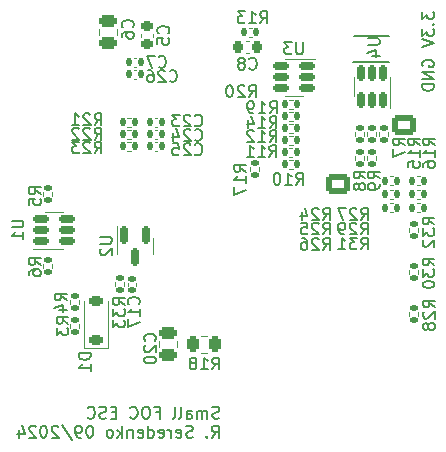
<source format=gbr>
%TF.GenerationSoftware,KiCad,Pcbnew,8.0.5*%
%TF.CreationDate,2024-09-12T15:57:42+03:00*%
%TF.ProjectId,Small_ESC,536d616c-6c5f-4455-9343-2e6b69636164,rev?*%
%TF.SameCoordinates,Original*%
%TF.FileFunction,Legend,Bot*%
%TF.FilePolarity,Positive*%
%FSLAX46Y46*%
G04 Gerber Fmt 4.6, Leading zero omitted, Abs format (unit mm)*
G04 Created by KiCad (PCBNEW 8.0.5) date 2024-09-12 15:57:42*
%MOMM*%
%LPD*%
G01*
G04 APERTURE LIST*
G04 Aperture macros list*
%AMRoundRect*
0 Rectangle with rounded corners*
0 $1 Rounding radius*
0 $2 $3 $4 $5 $6 $7 $8 $9 X,Y pos of 4 corners*
0 Add a 4 corners polygon primitive as box body*
4,1,4,$2,$3,$4,$5,$6,$7,$8,$9,$2,$3,0*
0 Add four circle primitives for the rounded corners*
1,1,$1+$1,$2,$3*
1,1,$1+$1,$4,$5*
1,1,$1+$1,$6,$7*
1,1,$1+$1,$8,$9*
0 Add four rect primitives between the rounded corners*
20,1,$1+$1,$2,$3,$4,$5,0*
20,1,$1+$1,$4,$5,$6,$7,0*
20,1,$1+$1,$6,$7,$8,$9,0*
20,1,$1+$1,$8,$9,$2,$3,0*%
G04 Aperture macros list end*
%ADD10C,0.150000*%
%ADD11C,0.120000*%
%ADD12C,0.650000*%
%ADD13O,2.100000X1.000000*%
%ADD14O,1.800000X1.000000*%
%ADD15RoundRect,0.250000X0.725000X-0.600000X0.725000X0.600000X-0.725000X0.600000X-0.725000X-0.600000X0*%
%ADD16O,1.950000X1.700000*%
%ADD17R,2.400000X2.400000*%
%ADD18C,2.400000*%
%ADD19R,1.700000X1.700000*%
%ADD20O,1.700000X1.700000*%
%ADD21C,1.600000*%
%ADD22RoundRect,0.135000X-0.185000X0.135000X-0.185000X-0.135000X0.185000X-0.135000X0.185000X0.135000X0*%
%ADD23RoundRect,0.135000X0.135000X0.185000X-0.135000X0.185000X-0.135000X-0.185000X0.135000X-0.185000X0*%
%ADD24RoundRect,0.250000X0.262500X0.450000X-0.262500X0.450000X-0.262500X-0.450000X0.262500X-0.450000X0*%
%ADD25RoundRect,0.150000X-0.512500X-0.150000X0.512500X-0.150000X0.512500X0.150000X-0.512500X0.150000X0*%
%ADD26RoundRect,0.135000X-0.135000X-0.185000X0.135000X-0.185000X0.135000X0.185000X-0.135000X0.185000X0*%
%ADD27RoundRect,0.250000X0.475000X-0.250000X0.475000X0.250000X-0.475000X0.250000X-0.475000X-0.250000X0*%
%ADD28C,1.500000*%
%ADD29RoundRect,0.135000X0.185000X-0.135000X0.185000X0.135000X-0.185000X0.135000X-0.185000X-0.135000X0*%
%ADD30RoundRect,0.140000X-0.170000X0.140000X-0.170000X-0.140000X0.170000X-0.140000X0.170000X0.140000X0*%
%ADD31RoundRect,0.140000X0.140000X0.170000X-0.140000X0.170000X-0.140000X-0.170000X0.140000X-0.170000X0*%
%ADD32RoundRect,0.150000X0.512500X0.150000X-0.512500X0.150000X-0.512500X-0.150000X0.512500X-0.150000X0*%
%ADD33RoundRect,0.140000X-0.140000X-0.170000X0.140000X-0.170000X0.140000X0.170000X-0.140000X0.170000X0*%
%ADD34RoundRect,0.225000X-0.225000X-0.250000X0.225000X-0.250000X0.225000X0.250000X-0.225000X0.250000X0*%
%ADD35RoundRect,0.225000X0.375000X-0.225000X0.375000X0.225000X-0.375000X0.225000X-0.375000X-0.225000X0*%
%ADD36RoundRect,0.150000X0.150000X-0.512500X0.150000X0.512500X-0.150000X0.512500X-0.150000X-0.512500X0*%
%ADD37RoundRect,0.225000X0.250000X-0.225000X0.250000X0.225000X-0.250000X0.225000X-0.250000X-0.225000X0*%
%ADD38RoundRect,0.150000X-0.150000X0.587500X-0.150000X-0.587500X0.150000X-0.587500X0.150000X0.587500X0*%
G04 APERTURE END LIST*
D10*
X34188400Y36271200D02*
X31242000Y36271200D01*
X34188400Y34086800D02*
X31191200Y34086800D01*
X19827639Y3921344D02*
X19684782Y3873725D01*
X19684782Y3873725D02*
X19446687Y3873725D01*
X19446687Y3873725D02*
X19351449Y3921344D01*
X19351449Y3921344D02*
X19303830Y3968964D01*
X19303830Y3968964D02*
X19256211Y4064202D01*
X19256211Y4064202D02*
X19256211Y4159440D01*
X19256211Y4159440D02*
X19303830Y4254678D01*
X19303830Y4254678D02*
X19351449Y4302297D01*
X19351449Y4302297D02*
X19446687Y4349916D01*
X19446687Y4349916D02*
X19637163Y4397535D01*
X19637163Y4397535D02*
X19732401Y4445154D01*
X19732401Y4445154D02*
X19780020Y4492773D01*
X19780020Y4492773D02*
X19827639Y4588011D01*
X19827639Y4588011D02*
X19827639Y4683249D01*
X19827639Y4683249D02*
X19780020Y4778487D01*
X19780020Y4778487D02*
X19732401Y4826106D01*
X19732401Y4826106D02*
X19637163Y4873725D01*
X19637163Y4873725D02*
X19399068Y4873725D01*
X19399068Y4873725D02*
X19256211Y4826106D01*
X18827639Y3873725D02*
X18827639Y4540392D01*
X18827639Y4445154D02*
X18780020Y4492773D01*
X18780020Y4492773D02*
X18684782Y4540392D01*
X18684782Y4540392D02*
X18541925Y4540392D01*
X18541925Y4540392D02*
X18446687Y4492773D01*
X18446687Y4492773D02*
X18399068Y4397535D01*
X18399068Y4397535D02*
X18399068Y3873725D01*
X18399068Y4397535D02*
X18351449Y4492773D01*
X18351449Y4492773D02*
X18256211Y4540392D01*
X18256211Y4540392D02*
X18113354Y4540392D01*
X18113354Y4540392D02*
X18018115Y4492773D01*
X18018115Y4492773D02*
X17970496Y4397535D01*
X17970496Y4397535D02*
X17970496Y3873725D01*
X17065735Y3873725D02*
X17065735Y4397535D01*
X17065735Y4397535D02*
X17113354Y4492773D01*
X17113354Y4492773D02*
X17208592Y4540392D01*
X17208592Y4540392D02*
X17399068Y4540392D01*
X17399068Y4540392D02*
X17494306Y4492773D01*
X17065735Y3921344D02*
X17160973Y3873725D01*
X17160973Y3873725D02*
X17399068Y3873725D01*
X17399068Y3873725D02*
X17494306Y3921344D01*
X17494306Y3921344D02*
X17541925Y4016583D01*
X17541925Y4016583D02*
X17541925Y4111821D01*
X17541925Y4111821D02*
X17494306Y4207059D01*
X17494306Y4207059D02*
X17399068Y4254678D01*
X17399068Y4254678D02*
X17160973Y4254678D01*
X17160973Y4254678D02*
X17065735Y4302297D01*
X16446687Y3873725D02*
X16541925Y3921344D01*
X16541925Y3921344D02*
X16589544Y4016583D01*
X16589544Y4016583D02*
X16589544Y4873725D01*
X15922877Y3873725D02*
X16018115Y3921344D01*
X16018115Y3921344D02*
X16065734Y4016583D01*
X16065734Y4016583D02*
X16065734Y4873725D01*
X14446686Y4397535D02*
X14780019Y4397535D01*
X14780019Y3873725D02*
X14780019Y4873725D01*
X14780019Y4873725D02*
X14303829Y4873725D01*
X13732400Y4873725D02*
X13541924Y4873725D01*
X13541924Y4873725D02*
X13446686Y4826106D01*
X13446686Y4826106D02*
X13351448Y4730868D01*
X13351448Y4730868D02*
X13303829Y4540392D01*
X13303829Y4540392D02*
X13303829Y4207059D01*
X13303829Y4207059D02*
X13351448Y4016583D01*
X13351448Y4016583D02*
X13446686Y3921344D01*
X13446686Y3921344D02*
X13541924Y3873725D01*
X13541924Y3873725D02*
X13732400Y3873725D01*
X13732400Y3873725D02*
X13827638Y3921344D01*
X13827638Y3921344D02*
X13922876Y4016583D01*
X13922876Y4016583D02*
X13970495Y4207059D01*
X13970495Y4207059D02*
X13970495Y4540392D01*
X13970495Y4540392D02*
X13922876Y4730868D01*
X13922876Y4730868D02*
X13827638Y4826106D01*
X13827638Y4826106D02*
X13732400Y4873725D01*
X12303829Y3968964D02*
X12351448Y3921344D01*
X12351448Y3921344D02*
X12494305Y3873725D01*
X12494305Y3873725D02*
X12589543Y3873725D01*
X12589543Y3873725D02*
X12732400Y3921344D01*
X12732400Y3921344D02*
X12827638Y4016583D01*
X12827638Y4016583D02*
X12875257Y4111821D01*
X12875257Y4111821D02*
X12922876Y4302297D01*
X12922876Y4302297D02*
X12922876Y4445154D01*
X12922876Y4445154D02*
X12875257Y4635630D01*
X12875257Y4635630D02*
X12827638Y4730868D01*
X12827638Y4730868D02*
X12732400Y4826106D01*
X12732400Y4826106D02*
X12589543Y4873725D01*
X12589543Y4873725D02*
X12494305Y4873725D01*
X12494305Y4873725D02*
X12351448Y4826106D01*
X12351448Y4826106D02*
X12303829Y4778487D01*
X11113352Y4397535D02*
X10780019Y4397535D01*
X10637162Y3873725D02*
X11113352Y3873725D01*
X11113352Y3873725D02*
X11113352Y4873725D01*
X11113352Y4873725D02*
X10637162Y4873725D01*
X10256209Y3921344D02*
X10113352Y3873725D01*
X10113352Y3873725D02*
X9875257Y3873725D01*
X9875257Y3873725D02*
X9780019Y3921344D01*
X9780019Y3921344D02*
X9732400Y3968964D01*
X9732400Y3968964D02*
X9684781Y4064202D01*
X9684781Y4064202D02*
X9684781Y4159440D01*
X9684781Y4159440D02*
X9732400Y4254678D01*
X9732400Y4254678D02*
X9780019Y4302297D01*
X9780019Y4302297D02*
X9875257Y4349916D01*
X9875257Y4349916D02*
X10065733Y4397535D01*
X10065733Y4397535D02*
X10160971Y4445154D01*
X10160971Y4445154D02*
X10208590Y4492773D01*
X10208590Y4492773D02*
X10256209Y4588011D01*
X10256209Y4588011D02*
X10256209Y4683249D01*
X10256209Y4683249D02*
X10208590Y4778487D01*
X10208590Y4778487D02*
X10160971Y4826106D01*
X10160971Y4826106D02*
X10065733Y4873725D01*
X10065733Y4873725D02*
X9827638Y4873725D01*
X9827638Y4873725D02*
X9684781Y4826106D01*
X8684781Y3968964D02*
X8732400Y3921344D01*
X8732400Y3921344D02*
X8875257Y3873725D01*
X8875257Y3873725D02*
X8970495Y3873725D01*
X8970495Y3873725D02*
X9113352Y3921344D01*
X9113352Y3921344D02*
X9208590Y4016583D01*
X9208590Y4016583D02*
X9256209Y4111821D01*
X9256209Y4111821D02*
X9303828Y4302297D01*
X9303828Y4302297D02*
X9303828Y4445154D01*
X9303828Y4445154D02*
X9256209Y4635630D01*
X9256209Y4635630D02*
X9208590Y4730868D01*
X9208590Y4730868D02*
X9113352Y4826106D01*
X9113352Y4826106D02*
X8970495Y4873725D01*
X8970495Y4873725D02*
X8875257Y4873725D01*
X8875257Y4873725D02*
X8732400Y4826106D01*
X8732400Y4826106D02*
X8684781Y4778487D01*
X19208592Y2263781D02*
X19541925Y2739972D01*
X19780020Y2263781D02*
X19780020Y3263781D01*
X19780020Y3263781D02*
X19399068Y3263781D01*
X19399068Y3263781D02*
X19303830Y3216162D01*
X19303830Y3216162D02*
X19256211Y3168543D01*
X19256211Y3168543D02*
X19208592Y3073305D01*
X19208592Y3073305D02*
X19208592Y2930448D01*
X19208592Y2930448D02*
X19256211Y2835210D01*
X19256211Y2835210D02*
X19303830Y2787591D01*
X19303830Y2787591D02*
X19399068Y2739972D01*
X19399068Y2739972D02*
X19780020Y2739972D01*
X18780020Y2359020D02*
X18732401Y2311400D01*
X18732401Y2311400D02*
X18780020Y2263781D01*
X18780020Y2263781D02*
X18827639Y2311400D01*
X18827639Y2311400D02*
X18780020Y2359020D01*
X18780020Y2359020D02*
X18780020Y2263781D01*
X17589544Y2311400D02*
X17446687Y2263781D01*
X17446687Y2263781D02*
X17208592Y2263781D01*
X17208592Y2263781D02*
X17113354Y2311400D01*
X17113354Y2311400D02*
X17065735Y2359020D01*
X17065735Y2359020D02*
X17018116Y2454258D01*
X17018116Y2454258D02*
X17018116Y2549496D01*
X17018116Y2549496D02*
X17065735Y2644734D01*
X17065735Y2644734D02*
X17113354Y2692353D01*
X17113354Y2692353D02*
X17208592Y2739972D01*
X17208592Y2739972D02*
X17399068Y2787591D01*
X17399068Y2787591D02*
X17494306Y2835210D01*
X17494306Y2835210D02*
X17541925Y2882829D01*
X17541925Y2882829D02*
X17589544Y2978067D01*
X17589544Y2978067D02*
X17589544Y3073305D01*
X17589544Y3073305D02*
X17541925Y3168543D01*
X17541925Y3168543D02*
X17494306Y3216162D01*
X17494306Y3216162D02*
X17399068Y3263781D01*
X17399068Y3263781D02*
X17160973Y3263781D01*
X17160973Y3263781D02*
X17018116Y3216162D01*
X16208592Y2311400D02*
X16303830Y2263781D01*
X16303830Y2263781D02*
X16494306Y2263781D01*
X16494306Y2263781D02*
X16589544Y2311400D01*
X16589544Y2311400D02*
X16637163Y2406639D01*
X16637163Y2406639D02*
X16637163Y2787591D01*
X16637163Y2787591D02*
X16589544Y2882829D01*
X16589544Y2882829D02*
X16494306Y2930448D01*
X16494306Y2930448D02*
X16303830Y2930448D01*
X16303830Y2930448D02*
X16208592Y2882829D01*
X16208592Y2882829D02*
X16160973Y2787591D01*
X16160973Y2787591D02*
X16160973Y2692353D01*
X16160973Y2692353D02*
X16637163Y2597115D01*
X15732401Y2263781D02*
X15732401Y2930448D01*
X15732401Y2739972D02*
X15684782Y2835210D01*
X15684782Y2835210D02*
X15637163Y2882829D01*
X15637163Y2882829D02*
X15541925Y2930448D01*
X15541925Y2930448D02*
X15446687Y2930448D01*
X14732401Y2311400D02*
X14827639Y2263781D01*
X14827639Y2263781D02*
X15018115Y2263781D01*
X15018115Y2263781D02*
X15113353Y2311400D01*
X15113353Y2311400D02*
X15160972Y2406639D01*
X15160972Y2406639D02*
X15160972Y2787591D01*
X15160972Y2787591D02*
X15113353Y2882829D01*
X15113353Y2882829D02*
X15018115Y2930448D01*
X15018115Y2930448D02*
X14827639Y2930448D01*
X14827639Y2930448D02*
X14732401Y2882829D01*
X14732401Y2882829D02*
X14684782Y2787591D01*
X14684782Y2787591D02*
X14684782Y2692353D01*
X14684782Y2692353D02*
X15160972Y2597115D01*
X13827639Y2263781D02*
X13827639Y3263781D01*
X13827639Y2311400D02*
X13922877Y2263781D01*
X13922877Y2263781D02*
X14113353Y2263781D01*
X14113353Y2263781D02*
X14208591Y2311400D01*
X14208591Y2311400D02*
X14256210Y2359020D01*
X14256210Y2359020D02*
X14303829Y2454258D01*
X14303829Y2454258D02*
X14303829Y2739972D01*
X14303829Y2739972D02*
X14256210Y2835210D01*
X14256210Y2835210D02*
X14208591Y2882829D01*
X14208591Y2882829D02*
X14113353Y2930448D01*
X14113353Y2930448D02*
X13922877Y2930448D01*
X13922877Y2930448D02*
X13827639Y2882829D01*
X12970496Y2311400D02*
X13065734Y2263781D01*
X13065734Y2263781D02*
X13256210Y2263781D01*
X13256210Y2263781D02*
X13351448Y2311400D01*
X13351448Y2311400D02*
X13399067Y2406639D01*
X13399067Y2406639D02*
X13399067Y2787591D01*
X13399067Y2787591D02*
X13351448Y2882829D01*
X13351448Y2882829D02*
X13256210Y2930448D01*
X13256210Y2930448D02*
X13065734Y2930448D01*
X13065734Y2930448D02*
X12970496Y2882829D01*
X12970496Y2882829D02*
X12922877Y2787591D01*
X12922877Y2787591D02*
X12922877Y2692353D01*
X12922877Y2692353D02*
X13399067Y2597115D01*
X12494305Y2930448D02*
X12494305Y2263781D01*
X12494305Y2835210D02*
X12446686Y2882829D01*
X12446686Y2882829D02*
X12351448Y2930448D01*
X12351448Y2930448D02*
X12208591Y2930448D01*
X12208591Y2930448D02*
X12113353Y2882829D01*
X12113353Y2882829D02*
X12065734Y2787591D01*
X12065734Y2787591D02*
X12065734Y2263781D01*
X11589543Y2263781D02*
X11589543Y3263781D01*
X11494305Y2644734D02*
X11208591Y2263781D01*
X11208591Y2930448D02*
X11589543Y2549496D01*
X10637162Y2263781D02*
X10732400Y2311400D01*
X10732400Y2311400D02*
X10780019Y2359020D01*
X10780019Y2359020D02*
X10827638Y2454258D01*
X10827638Y2454258D02*
X10827638Y2739972D01*
X10827638Y2739972D02*
X10780019Y2835210D01*
X10780019Y2835210D02*
X10732400Y2882829D01*
X10732400Y2882829D02*
X10637162Y2930448D01*
X10637162Y2930448D02*
X10494305Y2930448D01*
X10494305Y2930448D02*
X10399067Y2882829D01*
X10399067Y2882829D02*
X10351448Y2835210D01*
X10351448Y2835210D02*
X10303829Y2739972D01*
X10303829Y2739972D02*
X10303829Y2454258D01*
X10303829Y2454258D02*
X10351448Y2359020D01*
X10351448Y2359020D02*
X10399067Y2311400D01*
X10399067Y2311400D02*
X10494305Y2263781D01*
X10494305Y2263781D02*
X10637162Y2263781D01*
X8922876Y3263781D02*
X8827638Y3263781D01*
X8827638Y3263781D02*
X8732400Y3216162D01*
X8732400Y3216162D02*
X8684781Y3168543D01*
X8684781Y3168543D02*
X8637162Y3073305D01*
X8637162Y3073305D02*
X8589543Y2882829D01*
X8589543Y2882829D02*
X8589543Y2644734D01*
X8589543Y2644734D02*
X8637162Y2454258D01*
X8637162Y2454258D02*
X8684781Y2359020D01*
X8684781Y2359020D02*
X8732400Y2311400D01*
X8732400Y2311400D02*
X8827638Y2263781D01*
X8827638Y2263781D02*
X8922876Y2263781D01*
X8922876Y2263781D02*
X9018114Y2311400D01*
X9018114Y2311400D02*
X9065733Y2359020D01*
X9065733Y2359020D02*
X9113352Y2454258D01*
X9113352Y2454258D02*
X9160971Y2644734D01*
X9160971Y2644734D02*
X9160971Y2882829D01*
X9160971Y2882829D02*
X9113352Y3073305D01*
X9113352Y3073305D02*
X9065733Y3168543D01*
X9065733Y3168543D02*
X9018114Y3216162D01*
X9018114Y3216162D02*
X8922876Y3263781D01*
X8113352Y2263781D02*
X7922876Y2263781D01*
X7922876Y2263781D02*
X7827638Y2311400D01*
X7827638Y2311400D02*
X7780019Y2359020D01*
X7780019Y2359020D02*
X7684781Y2501877D01*
X7684781Y2501877D02*
X7637162Y2692353D01*
X7637162Y2692353D02*
X7637162Y3073305D01*
X7637162Y3073305D02*
X7684781Y3168543D01*
X7684781Y3168543D02*
X7732400Y3216162D01*
X7732400Y3216162D02*
X7827638Y3263781D01*
X7827638Y3263781D02*
X8018114Y3263781D01*
X8018114Y3263781D02*
X8113352Y3216162D01*
X8113352Y3216162D02*
X8160971Y3168543D01*
X8160971Y3168543D02*
X8208590Y3073305D01*
X8208590Y3073305D02*
X8208590Y2835210D01*
X8208590Y2835210D02*
X8160971Y2739972D01*
X8160971Y2739972D02*
X8113352Y2692353D01*
X8113352Y2692353D02*
X8018114Y2644734D01*
X8018114Y2644734D02*
X7827638Y2644734D01*
X7827638Y2644734D02*
X7732400Y2692353D01*
X7732400Y2692353D02*
X7684781Y2739972D01*
X7684781Y2739972D02*
X7637162Y2835210D01*
X6494305Y3311400D02*
X7351447Y2025686D01*
X6208590Y3168543D02*
X6160971Y3216162D01*
X6160971Y3216162D02*
X6065733Y3263781D01*
X6065733Y3263781D02*
X5827638Y3263781D01*
X5827638Y3263781D02*
X5732400Y3216162D01*
X5732400Y3216162D02*
X5684781Y3168543D01*
X5684781Y3168543D02*
X5637162Y3073305D01*
X5637162Y3073305D02*
X5637162Y2978067D01*
X5637162Y2978067D02*
X5684781Y2835210D01*
X5684781Y2835210D02*
X6256209Y2263781D01*
X6256209Y2263781D02*
X5637162Y2263781D01*
X5018114Y3263781D02*
X4922876Y3263781D01*
X4922876Y3263781D02*
X4827638Y3216162D01*
X4827638Y3216162D02*
X4780019Y3168543D01*
X4780019Y3168543D02*
X4732400Y3073305D01*
X4732400Y3073305D02*
X4684781Y2882829D01*
X4684781Y2882829D02*
X4684781Y2644734D01*
X4684781Y2644734D02*
X4732400Y2454258D01*
X4732400Y2454258D02*
X4780019Y2359020D01*
X4780019Y2359020D02*
X4827638Y2311400D01*
X4827638Y2311400D02*
X4922876Y2263781D01*
X4922876Y2263781D02*
X5018114Y2263781D01*
X5018114Y2263781D02*
X5113352Y2311400D01*
X5113352Y2311400D02*
X5160971Y2359020D01*
X5160971Y2359020D02*
X5208590Y2454258D01*
X5208590Y2454258D02*
X5256209Y2644734D01*
X5256209Y2644734D02*
X5256209Y2882829D01*
X5256209Y2882829D02*
X5208590Y3073305D01*
X5208590Y3073305D02*
X5160971Y3168543D01*
X5160971Y3168543D02*
X5113352Y3216162D01*
X5113352Y3216162D02*
X5018114Y3263781D01*
X4303828Y3168543D02*
X4256209Y3216162D01*
X4256209Y3216162D02*
X4160971Y3263781D01*
X4160971Y3263781D02*
X3922876Y3263781D01*
X3922876Y3263781D02*
X3827638Y3216162D01*
X3827638Y3216162D02*
X3780019Y3168543D01*
X3780019Y3168543D02*
X3732400Y3073305D01*
X3732400Y3073305D02*
X3732400Y2978067D01*
X3732400Y2978067D02*
X3780019Y2835210D01*
X3780019Y2835210D02*
X4351447Y2263781D01*
X4351447Y2263781D02*
X3732400Y2263781D01*
X2875257Y2930448D02*
X2875257Y2263781D01*
X3113352Y3311400D02*
X3351447Y2597115D01*
X3351447Y2597115D02*
X2732400Y2597115D01*
X37020619Y38315659D02*
X37020619Y37696612D01*
X37020619Y37696612D02*
X37401571Y38029945D01*
X37401571Y38029945D02*
X37401571Y37887088D01*
X37401571Y37887088D02*
X37449190Y37791850D01*
X37449190Y37791850D02*
X37496809Y37744231D01*
X37496809Y37744231D02*
X37592047Y37696612D01*
X37592047Y37696612D02*
X37830142Y37696612D01*
X37830142Y37696612D02*
X37925380Y37744231D01*
X37925380Y37744231D02*
X37973000Y37791850D01*
X37973000Y37791850D02*
X38020619Y37887088D01*
X38020619Y37887088D02*
X38020619Y38172802D01*
X38020619Y38172802D02*
X37973000Y38268040D01*
X37973000Y38268040D02*
X37925380Y38315659D01*
X37925380Y37268040D02*
X37973000Y37220421D01*
X37973000Y37220421D02*
X38020619Y37268040D01*
X38020619Y37268040D02*
X37973000Y37315659D01*
X37973000Y37315659D02*
X37925380Y37268040D01*
X37925380Y37268040D02*
X38020619Y37268040D01*
X37020619Y36887088D02*
X37020619Y36268041D01*
X37020619Y36268041D02*
X37401571Y36601374D01*
X37401571Y36601374D02*
X37401571Y36458517D01*
X37401571Y36458517D02*
X37449190Y36363279D01*
X37449190Y36363279D02*
X37496809Y36315660D01*
X37496809Y36315660D02*
X37592047Y36268041D01*
X37592047Y36268041D02*
X37830142Y36268041D01*
X37830142Y36268041D02*
X37925380Y36315660D01*
X37925380Y36315660D02*
X37973000Y36363279D01*
X37973000Y36363279D02*
X38020619Y36458517D01*
X38020619Y36458517D02*
X38020619Y36744231D01*
X38020619Y36744231D02*
X37973000Y36839469D01*
X37973000Y36839469D02*
X37925380Y36887088D01*
X37020619Y35982326D02*
X38020619Y35648993D01*
X38020619Y35648993D02*
X37020619Y35315660D01*
X37068238Y33696612D02*
X37020619Y33791850D01*
X37020619Y33791850D02*
X37020619Y33934707D01*
X37020619Y33934707D02*
X37068238Y34077564D01*
X37068238Y34077564D02*
X37163476Y34172802D01*
X37163476Y34172802D02*
X37258714Y34220421D01*
X37258714Y34220421D02*
X37449190Y34268040D01*
X37449190Y34268040D02*
X37592047Y34268040D01*
X37592047Y34268040D02*
X37782523Y34220421D01*
X37782523Y34220421D02*
X37877761Y34172802D01*
X37877761Y34172802D02*
X37973000Y34077564D01*
X37973000Y34077564D02*
X38020619Y33934707D01*
X38020619Y33934707D02*
X38020619Y33839469D01*
X38020619Y33839469D02*
X37973000Y33696612D01*
X37973000Y33696612D02*
X37925380Y33648993D01*
X37925380Y33648993D02*
X37592047Y33648993D01*
X37592047Y33648993D02*
X37592047Y33839469D01*
X38020619Y33220421D02*
X37020619Y33220421D01*
X37020619Y33220421D02*
X38020619Y32648993D01*
X38020619Y32648993D02*
X37020619Y32648993D01*
X38020619Y32172802D02*
X37020619Y32172802D01*
X37020619Y32172802D02*
X37020619Y31934707D01*
X37020619Y31934707D02*
X37068238Y31791850D01*
X37068238Y31791850D02*
X37163476Y31696612D01*
X37163476Y31696612D02*
X37258714Y31648993D01*
X37258714Y31648993D02*
X37449190Y31601374D01*
X37449190Y31601374D02*
X37592047Y31601374D01*
X37592047Y31601374D02*
X37782523Y31648993D01*
X37782523Y31648993D02*
X37877761Y31696612D01*
X37877761Y31696612D02*
X37973000Y31791850D01*
X37973000Y31791850D02*
X38020619Y31934707D01*
X38020619Y31934707D02*
X38020619Y32172802D01*
X36827619Y27008058D02*
X36351428Y27341391D01*
X36827619Y27579486D02*
X35827619Y27579486D01*
X35827619Y27579486D02*
X35827619Y27198534D01*
X35827619Y27198534D02*
X35875238Y27103296D01*
X35875238Y27103296D02*
X35922857Y27055677D01*
X35922857Y27055677D02*
X36018095Y27008058D01*
X36018095Y27008058D02*
X36160952Y27008058D01*
X36160952Y27008058D02*
X36256190Y27055677D01*
X36256190Y27055677D02*
X36303809Y27103296D01*
X36303809Y27103296D02*
X36351428Y27198534D01*
X36351428Y27198534D02*
X36351428Y27579486D01*
X36827619Y26055677D02*
X36827619Y26627105D01*
X36827619Y26341391D02*
X35827619Y26341391D01*
X35827619Y26341391D02*
X35970476Y26436629D01*
X35970476Y26436629D02*
X36065714Y26531867D01*
X36065714Y26531867D02*
X36113333Y26627105D01*
X35827619Y25150915D02*
X35827619Y25627105D01*
X35827619Y25627105D02*
X36303809Y25674724D01*
X36303809Y25674724D02*
X36256190Y25627105D01*
X36256190Y25627105D02*
X36208571Y25531867D01*
X36208571Y25531867D02*
X36208571Y25293772D01*
X36208571Y25293772D02*
X36256190Y25198534D01*
X36256190Y25198534D02*
X36303809Y25150915D01*
X36303809Y25150915D02*
X36399047Y25103296D01*
X36399047Y25103296D02*
X36637142Y25103296D01*
X36637142Y25103296D02*
X36732380Y25150915D01*
X36732380Y25150915D02*
X36780000Y25198534D01*
X36780000Y25198534D02*
X36827619Y25293772D01*
X36827619Y25293772D02*
X36827619Y25531867D01*
X36827619Y25531867D02*
X36780000Y25627105D01*
X36780000Y25627105D02*
X36732380Y25674724D01*
X38097619Y13292058D02*
X37621428Y13625391D01*
X38097619Y13863486D02*
X37097619Y13863486D01*
X37097619Y13863486D02*
X37097619Y13482534D01*
X37097619Y13482534D02*
X37145238Y13387296D01*
X37145238Y13387296D02*
X37192857Y13339677D01*
X37192857Y13339677D02*
X37288095Y13292058D01*
X37288095Y13292058D02*
X37430952Y13292058D01*
X37430952Y13292058D02*
X37526190Y13339677D01*
X37526190Y13339677D02*
X37573809Y13387296D01*
X37573809Y13387296D02*
X37621428Y13482534D01*
X37621428Y13482534D02*
X37621428Y13863486D01*
X37192857Y12911105D02*
X37145238Y12863486D01*
X37145238Y12863486D02*
X37097619Y12768248D01*
X37097619Y12768248D02*
X37097619Y12530153D01*
X37097619Y12530153D02*
X37145238Y12434915D01*
X37145238Y12434915D02*
X37192857Y12387296D01*
X37192857Y12387296D02*
X37288095Y12339677D01*
X37288095Y12339677D02*
X37383333Y12339677D01*
X37383333Y12339677D02*
X37526190Y12387296D01*
X37526190Y12387296D02*
X38097619Y12958724D01*
X38097619Y12958724D02*
X38097619Y12339677D01*
X37526190Y11768248D02*
X37478571Y11863486D01*
X37478571Y11863486D02*
X37430952Y11911105D01*
X37430952Y11911105D02*
X37335714Y11958724D01*
X37335714Y11958724D02*
X37288095Y11958724D01*
X37288095Y11958724D02*
X37192857Y11911105D01*
X37192857Y11911105D02*
X37145238Y11863486D01*
X37145238Y11863486D02*
X37097619Y11768248D01*
X37097619Y11768248D02*
X37097619Y11577772D01*
X37097619Y11577772D02*
X37145238Y11482534D01*
X37145238Y11482534D02*
X37192857Y11434915D01*
X37192857Y11434915D02*
X37288095Y11387296D01*
X37288095Y11387296D02*
X37335714Y11387296D01*
X37335714Y11387296D02*
X37430952Y11434915D01*
X37430952Y11434915D02*
X37478571Y11482534D01*
X37478571Y11482534D02*
X37526190Y11577772D01*
X37526190Y11577772D02*
X37526190Y11768248D01*
X37526190Y11768248D02*
X37573809Y11863486D01*
X37573809Y11863486D02*
X37621428Y11911105D01*
X37621428Y11911105D02*
X37716666Y11958724D01*
X37716666Y11958724D02*
X37907142Y11958724D01*
X37907142Y11958724D02*
X38002380Y11911105D01*
X38002380Y11911105D02*
X38050000Y11863486D01*
X38050000Y11863486D02*
X38097619Y11768248D01*
X38097619Y11768248D02*
X38097619Y11577772D01*
X38097619Y11577772D02*
X38050000Y11482534D01*
X38050000Y11482534D02*
X38002380Y11434915D01*
X38002380Y11434915D02*
X37907142Y11387296D01*
X37907142Y11387296D02*
X37716666Y11387296D01*
X37716666Y11387296D02*
X37621428Y11434915D01*
X37621428Y11434915D02*
X37573809Y11482534D01*
X37573809Y11482534D02*
X37526190Y11577772D01*
X31834057Y19458781D02*
X32167390Y19934972D01*
X32405485Y19458781D02*
X32405485Y20458781D01*
X32405485Y20458781D02*
X32024533Y20458781D01*
X32024533Y20458781D02*
X31929295Y20411162D01*
X31929295Y20411162D02*
X31881676Y20363543D01*
X31881676Y20363543D02*
X31834057Y20268305D01*
X31834057Y20268305D02*
X31834057Y20125448D01*
X31834057Y20125448D02*
X31881676Y20030210D01*
X31881676Y20030210D02*
X31929295Y19982591D01*
X31929295Y19982591D02*
X32024533Y19934972D01*
X32024533Y19934972D02*
X32405485Y19934972D01*
X31453104Y20363543D02*
X31405485Y20411162D01*
X31405485Y20411162D02*
X31310247Y20458781D01*
X31310247Y20458781D02*
X31072152Y20458781D01*
X31072152Y20458781D02*
X30976914Y20411162D01*
X30976914Y20411162D02*
X30929295Y20363543D01*
X30929295Y20363543D02*
X30881676Y20268305D01*
X30881676Y20268305D02*
X30881676Y20173067D01*
X30881676Y20173067D02*
X30929295Y20030210D01*
X30929295Y20030210D02*
X31500723Y19458781D01*
X31500723Y19458781D02*
X30881676Y19458781D01*
X30405485Y19458781D02*
X30215009Y19458781D01*
X30215009Y19458781D02*
X30119771Y19506400D01*
X30119771Y19506400D02*
X30072152Y19554020D01*
X30072152Y19554020D02*
X29976914Y19696877D01*
X29976914Y19696877D02*
X29929295Y19887353D01*
X29929295Y19887353D02*
X29929295Y20268305D01*
X29929295Y20268305D02*
X29976914Y20363543D01*
X29976914Y20363543D02*
X30024533Y20411162D01*
X30024533Y20411162D02*
X30119771Y20458781D01*
X30119771Y20458781D02*
X30310247Y20458781D01*
X30310247Y20458781D02*
X30405485Y20411162D01*
X30405485Y20411162D02*
X30453104Y20363543D01*
X30453104Y20363543D02*
X30500723Y20268305D01*
X30500723Y20268305D02*
X30500723Y20030210D01*
X30500723Y20030210D02*
X30453104Y19934972D01*
X30453104Y19934972D02*
X30405485Y19887353D01*
X30405485Y19887353D02*
X30310247Y19839734D01*
X30310247Y19839734D02*
X30119771Y19839734D01*
X30119771Y19839734D02*
X30024533Y19887353D01*
X30024533Y19887353D02*
X29976914Y19934972D01*
X29976914Y19934972D02*
X29929295Y20030210D01*
X24112457Y29720381D02*
X24445790Y30196572D01*
X24683885Y29720381D02*
X24683885Y30720381D01*
X24683885Y30720381D02*
X24302933Y30720381D01*
X24302933Y30720381D02*
X24207695Y30672762D01*
X24207695Y30672762D02*
X24160076Y30625143D01*
X24160076Y30625143D02*
X24112457Y30529905D01*
X24112457Y30529905D02*
X24112457Y30387048D01*
X24112457Y30387048D02*
X24160076Y30291810D01*
X24160076Y30291810D02*
X24207695Y30244191D01*
X24207695Y30244191D02*
X24302933Y30196572D01*
X24302933Y30196572D02*
X24683885Y30196572D01*
X23160076Y29720381D02*
X23731504Y29720381D01*
X23445790Y29720381D02*
X23445790Y30720381D01*
X23445790Y30720381D02*
X23541028Y30577524D01*
X23541028Y30577524D02*
X23636266Y30482286D01*
X23636266Y30482286D02*
X23731504Y30434667D01*
X22683885Y29720381D02*
X22493409Y29720381D01*
X22493409Y29720381D02*
X22398171Y29768000D01*
X22398171Y29768000D02*
X22350552Y29815620D01*
X22350552Y29815620D02*
X22255314Y29958477D01*
X22255314Y29958477D02*
X22207695Y30148953D01*
X22207695Y30148953D02*
X22207695Y30529905D01*
X22207695Y30529905D02*
X22255314Y30625143D01*
X22255314Y30625143D02*
X22302933Y30672762D01*
X22302933Y30672762D02*
X22398171Y30720381D01*
X22398171Y30720381D02*
X22588647Y30720381D01*
X22588647Y30720381D02*
X22683885Y30672762D01*
X22683885Y30672762D02*
X22731504Y30625143D01*
X22731504Y30625143D02*
X22779123Y30529905D01*
X22779123Y30529905D02*
X22779123Y30291810D01*
X22779123Y30291810D02*
X22731504Y30196572D01*
X22731504Y30196572D02*
X22683885Y30148953D01*
X22683885Y30148953D02*
X22588647Y30101334D01*
X22588647Y30101334D02*
X22398171Y30101334D01*
X22398171Y30101334D02*
X22302933Y30148953D01*
X22302933Y30148953D02*
X22255314Y30196572D01*
X22255314Y30196572D02*
X22207695Y30291810D01*
X26347657Y23675181D02*
X26680990Y24151372D01*
X26919085Y23675181D02*
X26919085Y24675181D01*
X26919085Y24675181D02*
X26538133Y24675181D01*
X26538133Y24675181D02*
X26442895Y24627562D01*
X26442895Y24627562D02*
X26395276Y24579943D01*
X26395276Y24579943D02*
X26347657Y24484705D01*
X26347657Y24484705D02*
X26347657Y24341848D01*
X26347657Y24341848D02*
X26395276Y24246610D01*
X26395276Y24246610D02*
X26442895Y24198991D01*
X26442895Y24198991D02*
X26538133Y24151372D01*
X26538133Y24151372D02*
X26919085Y24151372D01*
X25395276Y23675181D02*
X25966704Y23675181D01*
X25680990Y23675181D02*
X25680990Y24675181D01*
X25680990Y24675181D02*
X25776228Y24532324D01*
X25776228Y24532324D02*
X25871466Y24437086D01*
X25871466Y24437086D02*
X25966704Y24389467D01*
X24776228Y24675181D02*
X24680990Y24675181D01*
X24680990Y24675181D02*
X24585752Y24627562D01*
X24585752Y24627562D02*
X24538133Y24579943D01*
X24538133Y24579943D02*
X24490514Y24484705D01*
X24490514Y24484705D02*
X24442895Y24294229D01*
X24442895Y24294229D02*
X24442895Y24056134D01*
X24442895Y24056134D02*
X24490514Y23865658D01*
X24490514Y23865658D02*
X24538133Y23770420D01*
X24538133Y23770420D02*
X24585752Y23722800D01*
X24585752Y23722800D02*
X24680990Y23675181D01*
X24680990Y23675181D02*
X24776228Y23675181D01*
X24776228Y23675181D02*
X24871466Y23722800D01*
X24871466Y23722800D02*
X24919085Y23770420D01*
X24919085Y23770420D02*
X24966704Y23865658D01*
X24966704Y23865658D02*
X25014323Y24056134D01*
X25014323Y24056134D02*
X25014323Y24294229D01*
X25014323Y24294229D02*
X24966704Y24484705D01*
X24966704Y24484705D02*
X24919085Y24579943D01*
X24919085Y24579943D02*
X24871466Y24627562D01*
X24871466Y24627562D02*
X24776228Y24675181D01*
X23299657Y37340381D02*
X23632990Y37816572D01*
X23871085Y37340381D02*
X23871085Y38340381D01*
X23871085Y38340381D02*
X23490133Y38340381D01*
X23490133Y38340381D02*
X23394895Y38292762D01*
X23394895Y38292762D02*
X23347276Y38245143D01*
X23347276Y38245143D02*
X23299657Y38149905D01*
X23299657Y38149905D02*
X23299657Y38007048D01*
X23299657Y38007048D02*
X23347276Y37911810D01*
X23347276Y37911810D02*
X23394895Y37864191D01*
X23394895Y37864191D02*
X23490133Y37816572D01*
X23490133Y37816572D02*
X23871085Y37816572D01*
X22347276Y37340381D02*
X22918704Y37340381D01*
X22632990Y37340381D02*
X22632990Y38340381D01*
X22632990Y38340381D02*
X22728228Y38197524D01*
X22728228Y38197524D02*
X22823466Y38102286D01*
X22823466Y38102286D02*
X22918704Y38054667D01*
X22013942Y38340381D02*
X21394895Y38340381D01*
X21394895Y38340381D02*
X21728228Y37959429D01*
X21728228Y37959429D02*
X21585371Y37959429D01*
X21585371Y37959429D02*
X21490133Y37911810D01*
X21490133Y37911810D02*
X21442514Y37864191D01*
X21442514Y37864191D02*
X21394895Y37768953D01*
X21394895Y37768953D02*
X21394895Y37530858D01*
X21394895Y37530858D02*
X21442514Y37435620D01*
X21442514Y37435620D02*
X21490133Y37388000D01*
X21490133Y37388000D02*
X21585371Y37340381D01*
X21585371Y37340381D02*
X21871085Y37340381D01*
X21871085Y37340381D02*
X21966323Y37388000D01*
X21966323Y37388000D02*
X22013942Y37435620D01*
X19235657Y8028781D02*
X19568990Y8504972D01*
X19807085Y8028781D02*
X19807085Y9028781D01*
X19807085Y9028781D02*
X19426133Y9028781D01*
X19426133Y9028781D02*
X19330895Y8981162D01*
X19330895Y8981162D02*
X19283276Y8933543D01*
X19283276Y8933543D02*
X19235657Y8838305D01*
X19235657Y8838305D02*
X19235657Y8695448D01*
X19235657Y8695448D02*
X19283276Y8600210D01*
X19283276Y8600210D02*
X19330895Y8552591D01*
X19330895Y8552591D02*
X19426133Y8504972D01*
X19426133Y8504972D02*
X19807085Y8504972D01*
X18283276Y8028781D02*
X18854704Y8028781D01*
X18568990Y8028781D02*
X18568990Y9028781D01*
X18568990Y9028781D02*
X18664228Y8885924D01*
X18664228Y8885924D02*
X18759466Y8790686D01*
X18759466Y8790686D02*
X18854704Y8743067D01*
X17711847Y8600210D02*
X17807085Y8647829D01*
X17807085Y8647829D02*
X17854704Y8695448D01*
X17854704Y8695448D02*
X17902323Y8790686D01*
X17902323Y8790686D02*
X17902323Y8838305D01*
X17902323Y8838305D02*
X17854704Y8933543D01*
X17854704Y8933543D02*
X17807085Y8981162D01*
X17807085Y8981162D02*
X17711847Y9028781D01*
X17711847Y9028781D02*
X17521371Y9028781D01*
X17521371Y9028781D02*
X17426133Y8981162D01*
X17426133Y8981162D02*
X17378514Y8933543D01*
X17378514Y8933543D02*
X17330895Y8838305D01*
X17330895Y8838305D02*
X17330895Y8790686D01*
X17330895Y8790686D02*
X17378514Y8695448D01*
X17378514Y8695448D02*
X17426133Y8647829D01*
X17426133Y8647829D02*
X17521371Y8600210D01*
X17521371Y8600210D02*
X17711847Y8600210D01*
X17711847Y8600210D02*
X17807085Y8552591D01*
X17807085Y8552591D02*
X17854704Y8504972D01*
X17854704Y8504972D02*
X17902323Y8409734D01*
X17902323Y8409734D02*
X17902323Y8219258D01*
X17902323Y8219258D02*
X17854704Y8124020D01*
X17854704Y8124020D02*
X17807085Y8076400D01*
X17807085Y8076400D02*
X17711847Y8028781D01*
X17711847Y8028781D02*
X17521371Y8028781D01*
X17521371Y8028781D02*
X17426133Y8076400D01*
X17426133Y8076400D02*
X17378514Y8124020D01*
X17378514Y8124020D02*
X17330895Y8219258D01*
X17330895Y8219258D02*
X17330895Y8409734D01*
X17330895Y8409734D02*
X17378514Y8504972D01*
X17378514Y8504972D02*
X17426133Y8552591D01*
X17426133Y8552591D02*
X17521371Y8600210D01*
X2248819Y20624705D02*
X3058342Y20624705D01*
X3058342Y20624705D02*
X3153580Y20577086D01*
X3153580Y20577086D02*
X3201200Y20529467D01*
X3201200Y20529467D02*
X3248819Y20434229D01*
X3248819Y20434229D02*
X3248819Y20243753D01*
X3248819Y20243753D02*
X3201200Y20148515D01*
X3201200Y20148515D02*
X3153580Y20100896D01*
X3153580Y20100896D02*
X3058342Y20053277D01*
X3058342Y20053277D02*
X2248819Y20053277D01*
X3248819Y19053277D02*
X3248819Y19624705D01*
X3248819Y19338991D02*
X2248819Y19338991D01*
X2248819Y19338991D02*
X2391676Y19434229D01*
X2391676Y19434229D02*
X2486914Y19529467D01*
X2486914Y19529467D02*
X2534533Y19624705D01*
X28633657Y20677981D02*
X28966990Y21154172D01*
X29205085Y20677981D02*
X29205085Y21677981D01*
X29205085Y21677981D02*
X28824133Y21677981D01*
X28824133Y21677981D02*
X28728895Y21630362D01*
X28728895Y21630362D02*
X28681276Y21582743D01*
X28681276Y21582743D02*
X28633657Y21487505D01*
X28633657Y21487505D02*
X28633657Y21344648D01*
X28633657Y21344648D02*
X28681276Y21249410D01*
X28681276Y21249410D02*
X28728895Y21201791D01*
X28728895Y21201791D02*
X28824133Y21154172D01*
X28824133Y21154172D02*
X29205085Y21154172D01*
X28252704Y21582743D02*
X28205085Y21630362D01*
X28205085Y21630362D02*
X28109847Y21677981D01*
X28109847Y21677981D02*
X27871752Y21677981D01*
X27871752Y21677981D02*
X27776514Y21630362D01*
X27776514Y21630362D02*
X27728895Y21582743D01*
X27728895Y21582743D02*
X27681276Y21487505D01*
X27681276Y21487505D02*
X27681276Y21392267D01*
X27681276Y21392267D02*
X27728895Y21249410D01*
X27728895Y21249410D02*
X28300323Y20677981D01*
X28300323Y20677981D02*
X27681276Y20677981D01*
X26824133Y21344648D02*
X26824133Y20677981D01*
X27062228Y21725600D02*
X27300323Y21011315D01*
X27300323Y21011315D02*
X26681276Y21011315D01*
X11834019Y13495258D02*
X11357828Y13828591D01*
X11834019Y14066686D02*
X10834019Y14066686D01*
X10834019Y14066686D02*
X10834019Y13685734D01*
X10834019Y13685734D02*
X10881638Y13590496D01*
X10881638Y13590496D02*
X10929257Y13542877D01*
X10929257Y13542877D02*
X11024495Y13495258D01*
X11024495Y13495258D02*
X11167352Y13495258D01*
X11167352Y13495258D02*
X11262590Y13542877D01*
X11262590Y13542877D02*
X11310209Y13590496D01*
X11310209Y13590496D02*
X11357828Y13685734D01*
X11357828Y13685734D02*
X11357828Y14066686D01*
X10834019Y13161924D02*
X10834019Y12542877D01*
X10834019Y12542877D02*
X11214971Y12876210D01*
X11214971Y12876210D02*
X11214971Y12733353D01*
X11214971Y12733353D02*
X11262590Y12638115D01*
X11262590Y12638115D02*
X11310209Y12590496D01*
X11310209Y12590496D02*
X11405447Y12542877D01*
X11405447Y12542877D02*
X11643542Y12542877D01*
X11643542Y12542877D02*
X11738780Y12590496D01*
X11738780Y12590496D02*
X11786400Y12638115D01*
X11786400Y12638115D02*
X11834019Y12733353D01*
X11834019Y12733353D02*
X11834019Y13019067D01*
X11834019Y13019067D02*
X11786400Y13114305D01*
X11786400Y13114305D02*
X11738780Y13161924D01*
X10834019Y12209543D02*
X10834019Y11590496D01*
X10834019Y11590496D02*
X11214971Y11923829D01*
X11214971Y11923829D02*
X11214971Y11780972D01*
X11214971Y11780972D02*
X11262590Y11685734D01*
X11262590Y11685734D02*
X11310209Y11638115D01*
X11310209Y11638115D02*
X11405447Y11590496D01*
X11405447Y11590496D02*
X11643542Y11590496D01*
X11643542Y11590496D02*
X11738780Y11638115D01*
X11738780Y11638115D02*
X11786400Y11685734D01*
X11786400Y11685734D02*
X11834019Y11780972D01*
X11834019Y11780972D02*
X11834019Y12066686D01*
X11834019Y12066686D02*
X11786400Y12161924D01*
X11786400Y12161924D02*
X11738780Y12209543D01*
X22334457Y31091981D02*
X22667790Y31568172D01*
X22905885Y31091981D02*
X22905885Y32091981D01*
X22905885Y32091981D02*
X22524933Y32091981D01*
X22524933Y32091981D02*
X22429695Y32044362D01*
X22429695Y32044362D02*
X22382076Y31996743D01*
X22382076Y31996743D02*
X22334457Y31901505D01*
X22334457Y31901505D02*
X22334457Y31758648D01*
X22334457Y31758648D02*
X22382076Y31663410D01*
X22382076Y31663410D02*
X22429695Y31615791D01*
X22429695Y31615791D02*
X22524933Y31568172D01*
X22524933Y31568172D02*
X22905885Y31568172D01*
X21953504Y31996743D02*
X21905885Y32044362D01*
X21905885Y32044362D02*
X21810647Y32091981D01*
X21810647Y32091981D02*
X21572552Y32091981D01*
X21572552Y32091981D02*
X21477314Y32044362D01*
X21477314Y32044362D02*
X21429695Y31996743D01*
X21429695Y31996743D02*
X21382076Y31901505D01*
X21382076Y31901505D02*
X21382076Y31806267D01*
X21382076Y31806267D02*
X21429695Y31663410D01*
X21429695Y31663410D02*
X22001123Y31091981D01*
X22001123Y31091981D02*
X21382076Y31091981D01*
X20763028Y32091981D02*
X20667790Y32091981D01*
X20667790Y32091981D02*
X20572552Y32044362D01*
X20572552Y32044362D02*
X20524933Y31996743D01*
X20524933Y31996743D02*
X20477314Y31901505D01*
X20477314Y31901505D02*
X20429695Y31711029D01*
X20429695Y31711029D02*
X20429695Y31472934D01*
X20429695Y31472934D02*
X20477314Y31282458D01*
X20477314Y31282458D02*
X20524933Y31187220D01*
X20524933Y31187220D02*
X20572552Y31139600D01*
X20572552Y31139600D02*
X20667790Y31091981D01*
X20667790Y31091981D02*
X20763028Y31091981D01*
X20763028Y31091981D02*
X20858266Y31139600D01*
X20858266Y31139600D02*
X20905885Y31187220D01*
X20905885Y31187220D02*
X20953504Y31282458D01*
X20953504Y31282458D02*
X21001123Y31472934D01*
X21001123Y31472934D02*
X21001123Y31711029D01*
X21001123Y31711029D02*
X20953504Y31901505D01*
X20953504Y31901505D02*
X20905885Y31996743D01*
X20905885Y31996743D02*
X20858266Y32044362D01*
X20858266Y32044362D02*
X20763028Y32091981D01*
X12500780Y36996667D02*
X12548400Y37044286D01*
X12548400Y37044286D02*
X12596019Y37187143D01*
X12596019Y37187143D02*
X12596019Y37282381D01*
X12596019Y37282381D02*
X12548400Y37425238D01*
X12548400Y37425238D02*
X12453161Y37520476D01*
X12453161Y37520476D02*
X12357923Y37568095D01*
X12357923Y37568095D02*
X12167447Y37615714D01*
X12167447Y37615714D02*
X12024590Y37615714D01*
X12024590Y37615714D02*
X11834114Y37568095D01*
X11834114Y37568095D02*
X11738876Y37520476D01*
X11738876Y37520476D02*
X11643638Y37425238D01*
X11643638Y37425238D02*
X11596019Y37282381D01*
X11596019Y37282381D02*
X11596019Y37187143D01*
X11596019Y37187143D02*
X11643638Y37044286D01*
X11643638Y37044286D02*
X11691257Y36996667D01*
X11596019Y36139524D02*
X11596019Y36330000D01*
X11596019Y36330000D02*
X11643638Y36425238D01*
X11643638Y36425238D02*
X11691257Y36472857D01*
X11691257Y36472857D02*
X11834114Y36568095D01*
X11834114Y36568095D02*
X12024590Y36615714D01*
X12024590Y36615714D02*
X12405542Y36615714D01*
X12405542Y36615714D02*
X12500780Y36568095D01*
X12500780Y36568095D02*
X12548400Y36520476D01*
X12548400Y36520476D02*
X12596019Y36425238D01*
X12596019Y36425238D02*
X12596019Y36234762D01*
X12596019Y36234762D02*
X12548400Y36139524D01*
X12548400Y36139524D02*
X12500780Y36091905D01*
X12500780Y36091905D02*
X12405542Y36044286D01*
X12405542Y36044286D02*
X12167447Y36044286D01*
X12167447Y36044286D02*
X12072209Y36091905D01*
X12072209Y36091905D02*
X12024590Y36139524D01*
X12024590Y36139524D02*
X11976971Y36234762D01*
X11976971Y36234762D02*
X11976971Y36425238D01*
X11976971Y36425238D02*
X12024590Y36520476D01*
X12024590Y36520476D02*
X12072209Y36568095D01*
X12072209Y36568095D02*
X12167447Y36615714D01*
X38046819Y16848058D02*
X37570628Y17181391D01*
X38046819Y17419486D02*
X37046819Y17419486D01*
X37046819Y17419486D02*
X37046819Y17038534D01*
X37046819Y17038534D02*
X37094438Y16943296D01*
X37094438Y16943296D02*
X37142057Y16895677D01*
X37142057Y16895677D02*
X37237295Y16848058D01*
X37237295Y16848058D02*
X37380152Y16848058D01*
X37380152Y16848058D02*
X37475390Y16895677D01*
X37475390Y16895677D02*
X37523009Y16943296D01*
X37523009Y16943296D02*
X37570628Y17038534D01*
X37570628Y17038534D02*
X37570628Y17419486D01*
X37046819Y16514724D02*
X37046819Y15895677D01*
X37046819Y15895677D02*
X37427771Y16229010D01*
X37427771Y16229010D02*
X37427771Y16086153D01*
X37427771Y16086153D02*
X37475390Y15990915D01*
X37475390Y15990915D02*
X37523009Y15943296D01*
X37523009Y15943296D02*
X37618247Y15895677D01*
X37618247Y15895677D02*
X37856342Y15895677D01*
X37856342Y15895677D02*
X37951580Y15943296D01*
X37951580Y15943296D02*
X37999200Y15990915D01*
X37999200Y15990915D02*
X38046819Y16086153D01*
X38046819Y16086153D02*
X38046819Y16371867D01*
X38046819Y16371867D02*
X37999200Y16467105D01*
X37999200Y16467105D02*
X37951580Y16514724D01*
X37046819Y15276629D02*
X37046819Y15181391D01*
X37046819Y15181391D02*
X37094438Y15086153D01*
X37094438Y15086153D02*
X37142057Y15038534D01*
X37142057Y15038534D02*
X37237295Y14990915D01*
X37237295Y14990915D02*
X37427771Y14943296D01*
X37427771Y14943296D02*
X37665866Y14943296D01*
X37665866Y14943296D02*
X37856342Y14990915D01*
X37856342Y14990915D02*
X37951580Y15038534D01*
X37951580Y15038534D02*
X37999200Y15086153D01*
X37999200Y15086153D02*
X38046819Y15181391D01*
X38046819Y15181391D02*
X38046819Y15276629D01*
X38046819Y15276629D02*
X37999200Y15371867D01*
X37999200Y15371867D02*
X37951580Y15419486D01*
X37951580Y15419486D02*
X37856342Y15467105D01*
X37856342Y15467105D02*
X37665866Y15514724D01*
X37665866Y15514724D02*
X37427771Y15514724D01*
X37427771Y15514724D02*
X37237295Y15467105D01*
X37237295Y15467105D02*
X37142057Y15419486D01*
X37142057Y15419486D02*
X37094438Y15371867D01*
X37094438Y15371867D02*
X37046819Y15276629D01*
X38046819Y20302458D02*
X37570628Y20635791D01*
X38046819Y20873886D02*
X37046819Y20873886D01*
X37046819Y20873886D02*
X37046819Y20492934D01*
X37046819Y20492934D02*
X37094438Y20397696D01*
X37094438Y20397696D02*
X37142057Y20350077D01*
X37142057Y20350077D02*
X37237295Y20302458D01*
X37237295Y20302458D02*
X37380152Y20302458D01*
X37380152Y20302458D02*
X37475390Y20350077D01*
X37475390Y20350077D02*
X37523009Y20397696D01*
X37523009Y20397696D02*
X37570628Y20492934D01*
X37570628Y20492934D02*
X37570628Y20873886D01*
X37046819Y19969124D02*
X37046819Y19350077D01*
X37046819Y19350077D02*
X37427771Y19683410D01*
X37427771Y19683410D02*
X37427771Y19540553D01*
X37427771Y19540553D02*
X37475390Y19445315D01*
X37475390Y19445315D02*
X37523009Y19397696D01*
X37523009Y19397696D02*
X37618247Y19350077D01*
X37618247Y19350077D02*
X37856342Y19350077D01*
X37856342Y19350077D02*
X37951580Y19397696D01*
X37951580Y19397696D02*
X37999200Y19445315D01*
X37999200Y19445315D02*
X38046819Y19540553D01*
X38046819Y19540553D02*
X38046819Y19826267D01*
X38046819Y19826267D02*
X37999200Y19921505D01*
X37999200Y19921505D02*
X37951580Y19969124D01*
X37142057Y18969124D02*
X37094438Y18921505D01*
X37094438Y18921505D02*
X37046819Y18826267D01*
X37046819Y18826267D02*
X37046819Y18588172D01*
X37046819Y18588172D02*
X37094438Y18492934D01*
X37094438Y18492934D02*
X37142057Y18445315D01*
X37142057Y18445315D02*
X37237295Y18397696D01*
X37237295Y18397696D02*
X37332533Y18397696D01*
X37332533Y18397696D02*
X37475390Y18445315D01*
X37475390Y18445315D02*
X38046819Y19016743D01*
X38046819Y19016743D02*
X38046819Y18397696D01*
X22095619Y24772858D02*
X21619428Y25106191D01*
X22095619Y25344286D02*
X21095619Y25344286D01*
X21095619Y25344286D02*
X21095619Y24963334D01*
X21095619Y24963334D02*
X21143238Y24868096D01*
X21143238Y24868096D02*
X21190857Y24820477D01*
X21190857Y24820477D02*
X21286095Y24772858D01*
X21286095Y24772858D02*
X21428952Y24772858D01*
X21428952Y24772858D02*
X21524190Y24820477D01*
X21524190Y24820477D02*
X21571809Y24868096D01*
X21571809Y24868096D02*
X21619428Y24963334D01*
X21619428Y24963334D02*
X21619428Y25344286D01*
X22095619Y23820477D02*
X22095619Y24391905D01*
X22095619Y24106191D02*
X21095619Y24106191D01*
X21095619Y24106191D02*
X21238476Y24201429D01*
X21238476Y24201429D02*
X21333714Y24296667D01*
X21333714Y24296667D02*
X21381333Y24391905D01*
X21095619Y23487143D02*
X21095619Y22820477D01*
X21095619Y22820477D02*
X22095619Y23249048D01*
X31834057Y20677981D02*
X32167390Y21154172D01*
X32405485Y20677981D02*
X32405485Y21677981D01*
X32405485Y21677981D02*
X32024533Y21677981D01*
X32024533Y21677981D02*
X31929295Y21630362D01*
X31929295Y21630362D02*
X31881676Y21582743D01*
X31881676Y21582743D02*
X31834057Y21487505D01*
X31834057Y21487505D02*
X31834057Y21344648D01*
X31834057Y21344648D02*
X31881676Y21249410D01*
X31881676Y21249410D02*
X31929295Y21201791D01*
X31929295Y21201791D02*
X32024533Y21154172D01*
X32024533Y21154172D02*
X32405485Y21154172D01*
X31453104Y21582743D02*
X31405485Y21630362D01*
X31405485Y21630362D02*
X31310247Y21677981D01*
X31310247Y21677981D02*
X31072152Y21677981D01*
X31072152Y21677981D02*
X30976914Y21630362D01*
X30976914Y21630362D02*
X30929295Y21582743D01*
X30929295Y21582743D02*
X30881676Y21487505D01*
X30881676Y21487505D02*
X30881676Y21392267D01*
X30881676Y21392267D02*
X30929295Y21249410D01*
X30929295Y21249410D02*
X31500723Y20677981D01*
X31500723Y20677981D02*
X30881676Y20677981D01*
X30548342Y21677981D02*
X29881676Y21677981D01*
X29881676Y21677981D02*
X30310247Y20677981D01*
X9278857Y28704381D02*
X9612190Y29180572D01*
X9850285Y28704381D02*
X9850285Y29704381D01*
X9850285Y29704381D02*
X9469333Y29704381D01*
X9469333Y29704381D02*
X9374095Y29656762D01*
X9374095Y29656762D02*
X9326476Y29609143D01*
X9326476Y29609143D02*
X9278857Y29513905D01*
X9278857Y29513905D02*
X9278857Y29371048D01*
X9278857Y29371048D02*
X9326476Y29275810D01*
X9326476Y29275810D02*
X9374095Y29228191D01*
X9374095Y29228191D02*
X9469333Y29180572D01*
X9469333Y29180572D02*
X9850285Y29180572D01*
X8897904Y29609143D02*
X8850285Y29656762D01*
X8850285Y29656762D02*
X8755047Y29704381D01*
X8755047Y29704381D02*
X8516952Y29704381D01*
X8516952Y29704381D02*
X8421714Y29656762D01*
X8421714Y29656762D02*
X8374095Y29609143D01*
X8374095Y29609143D02*
X8326476Y29513905D01*
X8326476Y29513905D02*
X8326476Y29418667D01*
X8326476Y29418667D02*
X8374095Y29275810D01*
X8374095Y29275810D02*
X8945523Y28704381D01*
X8945523Y28704381D02*
X8326476Y28704381D01*
X7374095Y28704381D02*
X7945523Y28704381D01*
X7659809Y28704381D02*
X7659809Y29704381D01*
X7659809Y29704381D02*
X7755047Y29561524D01*
X7755047Y29561524D02*
X7850285Y29466286D01*
X7850285Y29466286D02*
X7945523Y29418667D01*
X31834057Y18188781D02*
X32167390Y18664972D01*
X32405485Y18188781D02*
X32405485Y19188781D01*
X32405485Y19188781D02*
X32024533Y19188781D01*
X32024533Y19188781D02*
X31929295Y19141162D01*
X31929295Y19141162D02*
X31881676Y19093543D01*
X31881676Y19093543D02*
X31834057Y18998305D01*
X31834057Y18998305D02*
X31834057Y18855448D01*
X31834057Y18855448D02*
X31881676Y18760210D01*
X31881676Y18760210D02*
X31929295Y18712591D01*
X31929295Y18712591D02*
X32024533Y18664972D01*
X32024533Y18664972D02*
X32405485Y18664972D01*
X31500723Y19188781D02*
X30881676Y19188781D01*
X30881676Y19188781D02*
X31215009Y18807829D01*
X31215009Y18807829D02*
X31072152Y18807829D01*
X31072152Y18807829D02*
X30976914Y18760210D01*
X30976914Y18760210D02*
X30929295Y18712591D01*
X30929295Y18712591D02*
X30881676Y18617353D01*
X30881676Y18617353D02*
X30881676Y18379258D01*
X30881676Y18379258D02*
X30929295Y18284020D01*
X30929295Y18284020D02*
X30976914Y18236400D01*
X30976914Y18236400D02*
X31072152Y18188781D01*
X31072152Y18188781D02*
X31357866Y18188781D01*
X31357866Y18188781D02*
X31453104Y18236400D01*
X31453104Y18236400D02*
X31500723Y18284020D01*
X29929295Y18188781D02*
X30500723Y18188781D01*
X30215009Y18188781D02*
X30215009Y19188781D01*
X30215009Y19188781D02*
X30310247Y19045924D01*
X30310247Y19045924D02*
X30405485Y18950686D01*
X30405485Y18950686D02*
X30500723Y18903067D01*
X14380380Y10447258D02*
X14428000Y10494877D01*
X14428000Y10494877D02*
X14475619Y10637734D01*
X14475619Y10637734D02*
X14475619Y10732972D01*
X14475619Y10732972D02*
X14428000Y10875829D01*
X14428000Y10875829D02*
X14332761Y10971067D01*
X14332761Y10971067D02*
X14237523Y11018686D01*
X14237523Y11018686D02*
X14047047Y11066305D01*
X14047047Y11066305D02*
X13904190Y11066305D01*
X13904190Y11066305D02*
X13713714Y11018686D01*
X13713714Y11018686D02*
X13618476Y10971067D01*
X13618476Y10971067D02*
X13523238Y10875829D01*
X13523238Y10875829D02*
X13475619Y10732972D01*
X13475619Y10732972D02*
X13475619Y10637734D01*
X13475619Y10637734D02*
X13523238Y10494877D01*
X13523238Y10494877D02*
X13570857Y10447258D01*
X13570857Y10066305D02*
X13523238Y10018686D01*
X13523238Y10018686D02*
X13475619Y9923448D01*
X13475619Y9923448D02*
X13475619Y9685353D01*
X13475619Y9685353D02*
X13523238Y9590115D01*
X13523238Y9590115D02*
X13570857Y9542496D01*
X13570857Y9542496D02*
X13666095Y9494877D01*
X13666095Y9494877D02*
X13761333Y9494877D01*
X13761333Y9494877D02*
X13904190Y9542496D01*
X13904190Y9542496D02*
X14475619Y10113924D01*
X14475619Y10113924D02*
X14475619Y9494877D01*
X13475619Y8875829D02*
X13475619Y8780591D01*
X13475619Y8780591D02*
X13523238Y8685353D01*
X13523238Y8685353D02*
X13570857Y8637734D01*
X13570857Y8637734D02*
X13666095Y8590115D01*
X13666095Y8590115D02*
X13856571Y8542496D01*
X13856571Y8542496D02*
X14094666Y8542496D01*
X14094666Y8542496D02*
X14285142Y8590115D01*
X14285142Y8590115D02*
X14380380Y8637734D01*
X14380380Y8637734D02*
X14428000Y8685353D01*
X14428000Y8685353D02*
X14475619Y8780591D01*
X14475619Y8780591D02*
X14475619Y8875829D01*
X14475619Y8875829D02*
X14428000Y8971067D01*
X14428000Y8971067D02*
X14380380Y9018686D01*
X14380380Y9018686D02*
X14285142Y9066305D01*
X14285142Y9066305D02*
X14094666Y9113924D01*
X14094666Y9113924D02*
X13856571Y9113924D01*
X13856571Y9113924D02*
X13666095Y9066305D01*
X13666095Y9066305D02*
X13570857Y9018686D01*
X13570857Y9018686D02*
X13523238Y8971067D01*
X13523238Y8971067D02*
X13475619Y8875829D01*
X38097619Y27008058D02*
X37621428Y27341391D01*
X38097619Y27579486D02*
X37097619Y27579486D01*
X37097619Y27579486D02*
X37097619Y27198534D01*
X37097619Y27198534D02*
X37145238Y27103296D01*
X37145238Y27103296D02*
X37192857Y27055677D01*
X37192857Y27055677D02*
X37288095Y27008058D01*
X37288095Y27008058D02*
X37430952Y27008058D01*
X37430952Y27008058D02*
X37526190Y27055677D01*
X37526190Y27055677D02*
X37573809Y27103296D01*
X37573809Y27103296D02*
X37621428Y27198534D01*
X37621428Y27198534D02*
X37621428Y27579486D01*
X38097619Y26055677D02*
X38097619Y26627105D01*
X38097619Y26341391D02*
X37097619Y26341391D01*
X37097619Y26341391D02*
X37240476Y26436629D01*
X37240476Y26436629D02*
X37335714Y26531867D01*
X37335714Y26531867D02*
X37383333Y26627105D01*
X37097619Y25198534D02*
X37097619Y25389010D01*
X37097619Y25389010D02*
X37145238Y25484248D01*
X37145238Y25484248D02*
X37192857Y25531867D01*
X37192857Y25531867D02*
X37335714Y25627105D01*
X37335714Y25627105D02*
X37526190Y25674724D01*
X37526190Y25674724D02*
X37907142Y25674724D01*
X37907142Y25674724D02*
X38002380Y25627105D01*
X38002380Y25627105D02*
X38050000Y25579486D01*
X38050000Y25579486D02*
X38097619Y25484248D01*
X38097619Y25484248D02*
X38097619Y25293772D01*
X38097619Y25293772D02*
X38050000Y25198534D01*
X38050000Y25198534D02*
X38002380Y25150915D01*
X38002380Y25150915D02*
X37907142Y25103296D01*
X37907142Y25103296D02*
X37669047Y25103296D01*
X37669047Y25103296D02*
X37573809Y25150915D01*
X37573809Y25150915D02*
X37526190Y25198534D01*
X37526190Y25198534D02*
X37478571Y25293772D01*
X37478571Y25293772D02*
X37478571Y25484248D01*
X37478571Y25484248D02*
X37526190Y25579486D01*
X37526190Y25579486D02*
X37573809Y25627105D01*
X37573809Y25627105D02*
X37669047Y25674724D01*
X13008780Y13546058D02*
X13056400Y13593677D01*
X13056400Y13593677D02*
X13104019Y13736534D01*
X13104019Y13736534D02*
X13104019Y13831772D01*
X13104019Y13831772D02*
X13056400Y13974629D01*
X13056400Y13974629D02*
X12961161Y14069867D01*
X12961161Y14069867D02*
X12865923Y14117486D01*
X12865923Y14117486D02*
X12675447Y14165105D01*
X12675447Y14165105D02*
X12532590Y14165105D01*
X12532590Y14165105D02*
X12342114Y14117486D01*
X12342114Y14117486D02*
X12246876Y14069867D01*
X12246876Y14069867D02*
X12151638Y13974629D01*
X12151638Y13974629D02*
X12104019Y13831772D01*
X12104019Y13831772D02*
X12104019Y13736534D01*
X12104019Y13736534D02*
X12151638Y13593677D01*
X12151638Y13593677D02*
X12199257Y13546058D01*
X13104019Y12593677D02*
X13104019Y13165105D01*
X13104019Y12879391D02*
X12104019Y12879391D01*
X12104019Y12879391D02*
X12246876Y12974629D01*
X12246876Y12974629D02*
X12342114Y13069867D01*
X12342114Y13069867D02*
X12389733Y13165105D01*
X12104019Y12260343D02*
X12104019Y11593677D01*
X12104019Y11593677D02*
X13104019Y12022248D01*
X15628857Y32457220D02*
X15676476Y32409600D01*
X15676476Y32409600D02*
X15819333Y32361981D01*
X15819333Y32361981D02*
X15914571Y32361981D01*
X15914571Y32361981D02*
X16057428Y32409600D01*
X16057428Y32409600D02*
X16152666Y32504839D01*
X16152666Y32504839D02*
X16200285Y32600077D01*
X16200285Y32600077D02*
X16247904Y32790553D01*
X16247904Y32790553D02*
X16247904Y32933410D01*
X16247904Y32933410D02*
X16200285Y33123886D01*
X16200285Y33123886D02*
X16152666Y33219124D01*
X16152666Y33219124D02*
X16057428Y33314362D01*
X16057428Y33314362D02*
X15914571Y33361981D01*
X15914571Y33361981D02*
X15819333Y33361981D01*
X15819333Y33361981D02*
X15676476Y33314362D01*
X15676476Y33314362D02*
X15628857Y33266743D01*
X15247904Y33266743D02*
X15200285Y33314362D01*
X15200285Y33314362D02*
X15105047Y33361981D01*
X15105047Y33361981D02*
X14866952Y33361981D01*
X14866952Y33361981D02*
X14771714Y33314362D01*
X14771714Y33314362D02*
X14724095Y33266743D01*
X14724095Y33266743D02*
X14676476Y33171505D01*
X14676476Y33171505D02*
X14676476Y33076267D01*
X14676476Y33076267D02*
X14724095Y32933410D01*
X14724095Y32933410D02*
X15295523Y32361981D01*
X15295523Y32361981D02*
X14676476Y32361981D01*
X13819333Y33361981D02*
X14009809Y33361981D01*
X14009809Y33361981D02*
X14105047Y33314362D01*
X14105047Y33314362D02*
X14152666Y33266743D01*
X14152666Y33266743D02*
X14247904Y33123886D01*
X14247904Y33123886D02*
X14295523Y32933410D01*
X14295523Y32933410D02*
X14295523Y32552458D01*
X14295523Y32552458D02*
X14247904Y32457220D01*
X14247904Y32457220D02*
X14200285Y32409600D01*
X14200285Y32409600D02*
X14105047Y32361981D01*
X14105047Y32361981D02*
X13914571Y32361981D01*
X13914571Y32361981D02*
X13819333Y32409600D01*
X13819333Y32409600D02*
X13771714Y32457220D01*
X13771714Y32457220D02*
X13724095Y32552458D01*
X13724095Y32552458D02*
X13724095Y32790553D01*
X13724095Y32790553D02*
X13771714Y32885791D01*
X13771714Y32885791D02*
X13819333Y32933410D01*
X13819333Y32933410D02*
X13914571Y32981029D01*
X13914571Y32981029D02*
X14105047Y32981029D01*
X14105047Y32981029D02*
X14200285Y32933410D01*
X14200285Y32933410D02*
X14247904Y32885791D01*
X14247904Y32885791D02*
X14295523Y32790553D01*
X24107022Y28450381D02*
X24440355Y28926572D01*
X24678450Y28450381D02*
X24678450Y29450381D01*
X24678450Y29450381D02*
X24297498Y29450381D01*
X24297498Y29450381D02*
X24202260Y29402762D01*
X24202260Y29402762D02*
X24154641Y29355143D01*
X24154641Y29355143D02*
X24107022Y29259905D01*
X24107022Y29259905D02*
X24107022Y29117048D01*
X24107022Y29117048D02*
X24154641Y29021810D01*
X24154641Y29021810D02*
X24202260Y28974191D01*
X24202260Y28974191D02*
X24297498Y28926572D01*
X24297498Y28926572D02*
X24678450Y28926572D01*
X23154641Y28450381D02*
X23726069Y28450381D01*
X23440355Y28450381D02*
X23440355Y29450381D01*
X23440355Y29450381D02*
X23535593Y29307524D01*
X23535593Y29307524D02*
X23630831Y29212286D01*
X23630831Y29212286D02*
X23726069Y29164667D01*
X22297498Y29117048D02*
X22297498Y28450381D01*
X22535593Y29498000D02*
X22773688Y28783715D01*
X22773688Y28783715D02*
X22154641Y28783715D01*
X7058819Y11901467D02*
X6582628Y12234800D01*
X7058819Y12472895D02*
X6058819Y12472895D01*
X6058819Y12472895D02*
X6058819Y12091943D01*
X6058819Y12091943D02*
X6106438Y11996705D01*
X6106438Y11996705D02*
X6154057Y11949086D01*
X6154057Y11949086D02*
X6249295Y11901467D01*
X6249295Y11901467D02*
X6392152Y11901467D01*
X6392152Y11901467D02*
X6487390Y11949086D01*
X6487390Y11949086D02*
X6535009Y11996705D01*
X6535009Y11996705D02*
X6582628Y12091943D01*
X6582628Y12091943D02*
X6582628Y12472895D01*
X6058819Y11568133D02*
X6058819Y10949086D01*
X6058819Y10949086D02*
X6439771Y11282419D01*
X6439771Y11282419D02*
X6439771Y11139562D01*
X6439771Y11139562D02*
X6487390Y11044324D01*
X6487390Y11044324D02*
X6535009Y10996705D01*
X6535009Y10996705D02*
X6630247Y10949086D01*
X6630247Y10949086D02*
X6868342Y10949086D01*
X6868342Y10949086D02*
X6963580Y10996705D01*
X6963580Y10996705D02*
X7011200Y11044324D01*
X7011200Y11044324D02*
X7058819Y11139562D01*
X7058819Y11139562D02*
X7058819Y11425276D01*
X7058819Y11425276D02*
X7011200Y11520514D01*
X7011200Y11520514D02*
X6963580Y11568133D01*
X35557619Y26989067D02*
X35081428Y27322400D01*
X35557619Y27560495D02*
X34557619Y27560495D01*
X34557619Y27560495D02*
X34557619Y27179543D01*
X34557619Y27179543D02*
X34605238Y27084305D01*
X34605238Y27084305D02*
X34652857Y27036686D01*
X34652857Y27036686D02*
X34748095Y26989067D01*
X34748095Y26989067D02*
X34890952Y26989067D01*
X34890952Y26989067D02*
X34986190Y27036686D01*
X34986190Y27036686D02*
X35033809Y27084305D01*
X35033809Y27084305D02*
X35081428Y27179543D01*
X35081428Y27179543D02*
X35081428Y27560495D01*
X34557619Y26655733D02*
X34557619Y25989067D01*
X34557619Y25989067D02*
X35557619Y26417638D01*
X14695466Y33676420D02*
X14743085Y33628800D01*
X14743085Y33628800D02*
X14885942Y33581181D01*
X14885942Y33581181D02*
X14981180Y33581181D01*
X14981180Y33581181D02*
X15124037Y33628800D01*
X15124037Y33628800D02*
X15219275Y33724039D01*
X15219275Y33724039D02*
X15266894Y33819277D01*
X15266894Y33819277D02*
X15314513Y34009753D01*
X15314513Y34009753D02*
X15314513Y34152610D01*
X15314513Y34152610D02*
X15266894Y34343086D01*
X15266894Y34343086D02*
X15219275Y34438324D01*
X15219275Y34438324D02*
X15124037Y34533562D01*
X15124037Y34533562D02*
X14981180Y34581181D01*
X14981180Y34581181D02*
X14885942Y34581181D01*
X14885942Y34581181D02*
X14743085Y34533562D01*
X14743085Y34533562D02*
X14695466Y34485943D01*
X14362132Y34581181D02*
X13695466Y34581181D01*
X13695466Y34581181D02*
X14124037Y33581181D01*
X24101890Y27281981D02*
X24435223Y27758172D01*
X24673318Y27281981D02*
X24673318Y28281981D01*
X24673318Y28281981D02*
X24292366Y28281981D01*
X24292366Y28281981D02*
X24197128Y28234362D01*
X24197128Y28234362D02*
X24149509Y28186743D01*
X24149509Y28186743D02*
X24101890Y28091505D01*
X24101890Y28091505D02*
X24101890Y27948648D01*
X24101890Y27948648D02*
X24149509Y27853410D01*
X24149509Y27853410D02*
X24197128Y27805791D01*
X24197128Y27805791D02*
X24292366Y27758172D01*
X24292366Y27758172D02*
X24673318Y27758172D01*
X23149509Y27281981D02*
X23720937Y27281981D01*
X23435223Y27281981D02*
X23435223Y28281981D01*
X23435223Y28281981D02*
X23530461Y28139124D01*
X23530461Y28139124D02*
X23625699Y28043886D01*
X23625699Y28043886D02*
X23720937Y27996267D01*
X22768556Y28186743D02*
X22720937Y28234362D01*
X22720937Y28234362D02*
X22625699Y28281981D01*
X22625699Y28281981D02*
X22387604Y28281981D01*
X22387604Y28281981D02*
X22292366Y28234362D01*
X22292366Y28234362D02*
X22244747Y28186743D01*
X22244747Y28186743D02*
X22197128Y28091505D01*
X22197128Y28091505D02*
X22197128Y27996267D01*
X22197128Y27996267D02*
X22244747Y27853410D01*
X22244747Y27853410D02*
X22816175Y27281981D01*
X22816175Y27281981D02*
X22197128Y27281981D01*
X6904819Y13882667D02*
X6428628Y14216000D01*
X6904819Y14454095D02*
X5904819Y14454095D01*
X5904819Y14454095D02*
X5904819Y14073143D01*
X5904819Y14073143D02*
X5952438Y13977905D01*
X5952438Y13977905D02*
X6000057Y13930286D01*
X6000057Y13930286D02*
X6095295Y13882667D01*
X6095295Y13882667D02*
X6238152Y13882667D01*
X6238152Y13882667D02*
X6333390Y13930286D01*
X6333390Y13930286D02*
X6381009Y13977905D01*
X6381009Y13977905D02*
X6428628Y14073143D01*
X6428628Y14073143D02*
X6428628Y14454095D01*
X6238152Y13025524D02*
X6904819Y13025524D01*
X5857200Y13263619D02*
X6571485Y13501714D01*
X6571485Y13501714D02*
X6571485Y12882667D01*
X26923904Y35711181D02*
X26923904Y34901658D01*
X26923904Y34901658D02*
X26876285Y34806420D01*
X26876285Y34806420D02*
X26828666Y34758800D01*
X26828666Y34758800D02*
X26733428Y34711181D01*
X26733428Y34711181D02*
X26542952Y34711181D01*
X26542952Y34711181D02*
X26447714Y34758800D01*
X26447714Y34758800D02*
X26400095Y34806420D01*
X26400095Y34806420D02*
X26352476Y34901658D01*
X26352476Y34901658D02*
X26352476Y35711181D01*
X25971523Y35711181D02*
X25352476Y35711181D01*
X25352476Y35711181D02*
X25685809Y35330229D01*
X25685809Y35330229D02*
X25542952Y35330229D01*
X25542952Y35330229D02*
X25447714Y35282610D01*
X25447714Y35282610D02*
X25400095Y35234991D01*
X25400095Y35234991D02*
X25352476Y35139753D01*
X25352476Y35139753D02*
X25352476Y34901658D01*
X25352476Y34901658D02*
X25400095Y34806420D01*
X25400095Y34806420D02*
X25447714Y34758800D01*
X25447714Y34758800D02*
X25542952Y34711181D01*
X25542952Y34711181D02*
X25828666Y34711181D01*
X25828666Y34711181D02*
X25923904Y34758800D01*
X25923904Y34758800D02*
X25971523Y34806420D01*
X32204819Y24195067D02*
X31728628Y24528400D01*
X32204819Y24766495D02*
X31204819Y24766495D01*
X31204819Y24766495D02*
X31204819Y24385543D01*
X31204819Y24385543D02*
X31252438Y24290305D01*
X31252438Y24290305D02*
X31300057Y24242686D01*
X31300057Y24242686D02*
X31395295Y24195067D01*
X31395295Y24195067D02*
X31538152Y24195067D01*
X31538152Y24195067D02*
X31633390Y24242686D01*
X31633390Y24242686D02*
X31681009Y24290305D01*
X31681009Y24290305D02*
X31728628Y24385543D01*
X31728628Y24385543D02*
X31728628Y24766495D01*
X31633390Y23623638D02*
X31585771Y23718876D01*
X31585771Y23718876D02*
X31538152Y23766495D01*
X31538152Y23766495D02*
X31442914Y23814114D01*
X31442914Y23814114D02*
X31395295Y23814114D01*
X31395295Y23814114D02*
X31300057Y23766495D01*
X31300057Y23766495D02*
X31252438Y23718876D01*
X31252438Y23718876D02*
X31204819Y23623638D01*
X31204819Y23623638D02*
X31204819Y23433162D01*
X31204819Y23433162D02*
X31252438Y23337924D01*
X31252438Y23337924D02*
X31300057Y23290305D01*
X31300057Y23290305D02*
X31395295Y23242686D01*
X31395295Y23242686D02*
X31442914Y23242686D01*
X31442914Y23242686D02*
X31538152Y23290305D01*
X31538152Y23290305D02*
X31585771Y23337924D01*
X31585771Y23337924D02*
X31633390Y23433162D01*
X31633390Y23433162D02*
X31633390Y23623638D01*
X31633390Y23623638D02*
X31681009Y23718876D01*
X31681009Y23718876D02*
X31728628Y23766495D01*
X31728628Y23766495D02*
X31823866Y23814114D01*
X31823866Y23814114D02*
X32014342Y23814114D01*
X32014342Y23814114D02*
X32109580Y23766495D01*
X32109580Y23766495D02*
X32157200Y23718876D01*
X32157200Y23718876D02*
X32204819Y23623638D01*
X32204819Y23623638D02*
X32204819Y23433162D01*
X32204819Y23433162D02*
X32157200Y23337924D01*
X32157200Y23337924D02*
X32109580Y23290305D01*
X32109580Y23290305D02*
X32014342Y23242686D01*
X32014342Y23242686D02*
X31823866Y23242686D01*
X31823866Y23242686D02*
X31728628Y23290305D01*
X31728628Y23290305D02*
X31681009Y23337924D01*
X31681009Y23337924D02*
X31633390Y23433162D01*
X28633657Y19458781D02*
X28966990Y19934972D01*
X29205085Y19458781D02*
X29205085Y20458781D01*
X29205085Y20458781D02*
X28824133Y20458781D01*
X28824133Y20458781D02*
X28728895Y20411162D01*
X28728895Y20411162D02*
X28681276Y20363543D01*
X28681276Y20363543D02*
X28633657Y20268305D01*
X28633657Y20268305D02*
X28633657Y20125448D01*
X28633657Y20125448D02*
X28681276Y20030210D01*
X28681276Y20030210D02*
X28728895Y19982591D01*
X28728895Y19982591D02*
X28824133Y19934972D01*
X28824133Y19934972D02*
X29205085Y19934972D01*
X28252704Y20363543D02*
X28205085Y20411162D01*
X28205085Y20411162D02*
X28109847Y20458781D01*
X28109847Y20458781D02*
X27871752Y20458781D01*
X27871752Y20458781D02*
X27776514Y20411162D01*
X27776514Y20411162D02*
X27728895Y20363543D01*
X27728895Y20363543D02*
X27681276Y20268305D01*
X27681276Y20268305D02*
X27681276Y20173067D01*
X27681276Y20173067D02*
X27728895Y20030210D01*
X27728895Y20030210D02*
X28300323Y19458781D01*
X28300323Y19458781D02*
X27681276Y19458781D01*
X26776514Y20458781D02*
X27252704Y20458781D01*
X27252704Y20458781D02*
X27300323Y19982591D01*
X27300323Y19982591D02*
X27252704Y20030210D01*
X27252704Y20030210D02*
X27157466Y20077829D01*
X27157466Y20077829D02*
X26919371Y20077829D01*
X26919371Y20077829D02*
X26824133Y20030210D01*
X26824133Y20030210D02*
X26776514Y19982591D01*
X26776514Y19982591D02*
X26728895Y19887353D01*
X26728895Y19887353D02*
X26728895Y19649258D01*
X26728895Y19649258D02*
X26776514Y19554020D01*
X26776514Y19554020D02*
X26824133Y19506400D01*
X26824133Y19506400D02*
X26919371Y19458781D01*
X26919371Y19458781D02*
X27157466Y19458781D01*
X27157466Y19458781D02*
X27252704Y19506400D01*
X27252704Y19506400D02*
X27300323Y19554020D01*
X4722019Y22874267D02*
X4245828Y23207600D01*
X4722019Y23445695D02*
X3722019Y23445695D01*
X3722019Y23445695D02*
X3722019Y23064743D01*
X3722019Y23064743D02*
X3769638Y22969505D01*
X3769638Y22969505D02*
X3817257Y22921886D01*
X3817257Y22921886D02*
X3912495Y22874267D01*
X3912495Y22874267D02*
X4055352Y22874267D01*
X4055352Y22874267D02*
X4150590Y22921886D01*
X4150590Y22921886D02*
X4198209Y22969505D01*
X4198209Y22969505D02*
X4245828Y23064743D01*
X4245828Y23064743D02*
X4245828Y23445695D01*
X3722019Y21969505D02*
X3722019Y22445695D01*
X3722019Y22445695D02*
X4198209Y22493314D01*
X4198209Y22493314D02*
X4150590Y22445695D01*
X4150590Y22445695D02*
X4102971Y22350457D01*
X4102971Y22350457D02*
X4102971Y22112362D01*
X4102971Y22112362D02*
X4150590Y22017124D01*
X4150590Y22017124D02*
X4198209Y21969505D01*
X4198209Y21969505D02*
X4293447Y21921886D01*
X4293447Y21921886D02*
X4531542Y21921886D01*
X4531542Y21921886D02*
X4626780Y21969505D01*
X4626780Y21969505D02*
X4674400Y22017124D01*
X4674400Y22017124D02*
X4722019Y22112362D01*
X4722019Y22112362D02*
X4722019Y22350457D01*
X4722019Y22350457D02*
X4674400Y22445695D01*
X4674400Y22445695D02*
X4626780Y22493314D01*
X9278857Y26316781D02*
X9612190Y26792972D01*
X9850285Y26316781D02*
X9850285Y27316781D01*
X9850285Y27316781D02*
X9469333Y27316781D01*
X9469333Y27316781D02*
X9374095Y27269162D01*
X9374095Y27269162D02*
X9326476Y27221543D01*
X9326476Y27221543D02*
X9278857Y27126305D01*
X9278857Y27126305D02*
X9278857Y26983448D01*
X9278857Y26983448D02*
X9326476Y26888210D01*
X9326476Y26888210D02*
X9374095Y26840591D01*
X9374095Y26840591D02*
X9469333Y26792972D01*
X9469333Y26792972D02*
X9850285Y26792972D01*
X8897904Y27221543D02*
X8850285Y27269162D01*
X8850285Y27269162D02*
X8755047Y27316781D01*
X8755047Y27316781D02*
X8516952Y27316781D01*
X8516952Y27316781D02*
X8421714Y27269162D01*
X8421714Y27269162D02*
X8374095Y27221543D01*
X8374095Y27221543D02*
X8326476Y27126305D01*
X8326476Y27126305D02*
X8326476Y27031067D01*
X8326476Y27031067D02*
X8374095Y26888210D01*
X8374095Y26888210D02*
X8945523Y26316781D01*
X8945523Y26316781D02*
X8326476Y26316781D01*
X7993142Y27316781D02*
X7374095Y27316781D01*
X7374095Y27316781D02*
X7707428Y26935829D01*
X7707428Y26935829D02*
X7564571Y26935829D01*
X7564571Y26935829D02*
X7469333Y26888210D01*
X7469333Y26888210D02*
X7421714Y26840591D01*
X7421714Y26840591D02*
X7374095Y26745353D01*
X7374095Y26745353D02*
X7374095Y26507258D01*
X7374095Y26507258D02*
X7421714Y26412020D01*
X7421714Y26412020D02*
X7469333Y26364400D01*
X7469333Y26364400D02*
X7564571Y26316781D01*
X7564571Y26316781D02*
X7850285Y26316781D01*
X7850285Y26316781D02*
X7945523Y26364400D01*
X7945523Y26364400D02*
X7993142Y26412020D01*
X17762457Y26259620D02*
X17810076Y26212000D01*
X17810076Y26212000D02*
X17952933Y26164381D01*
X17952933Y26164381D02*
X18048171Y26164381D01*
X18048171Y26164381D02*
X18191028Y26212000D01*
X18191028Y26212000D02*
X18286266Y26307239D01*
X18286266Y26307239D02*
X18333885Y26402477D01*
X18333885Y26402477D02*
X18381504Y26592953D01*
X18381504Y26592953D02*
X18381504Y26735810D01*
X18381504Y26735810D02*
X18333885Y26926286D01*
X18333885Y26926286D02*
X18286266Y27021524D01*
X18286266Y27021524D02*
X18191028Y27116762D01*
X18191028Y27116762D02*
X18048171Y27164381D01*
X18048171Y27164381D02*
X17952933Y27164381D01*
X17952933Y27164381D02*
X17810076Y27116762D01*
X17810076Y27116762D02*
X17762457Y27069143D01*
X17381504Y27069143D02*
X17333885Y27116762D01*
X17333885Y27116762D02*
X17238647Y27164381D01*
X17238647Y27164381D02*
X17000552Y27164381D01*
X17000552Y27164381D02*
X16905314Y27116762D01*
X16905314Y27116762D02*
X16857695Y27069143D01*
X16857695Y27069143D02*
X16810076Y26973905D01*
X16810076Y26973905D02*
X16810076Y26878667D01*
X16810076Y26878667D02*
X16857695Y26735810D01*
X16857695Y26735810D02*
X17429123Y26164381D01*
X17429123Y26164381D02*
X16810076Y26164381D01*
X15905314Y27164381D02*
X16381504Y27164381D01*
X16381504Y27164381D02*
X16429123Y26688191D01*
X16429123Y26688191D02*
X16381504Y26735810D01*
X16381504Y26735810D02*
X16286266Y26783429D01*
X16286266Y26783429D02*
X16048171Y26783429D01*
X16048171Y26783429D02*
X15952933Y26735810D01*
X15952933Y26735810D02*
X15905314Y26688191D01*
X15905314Y26688191D02*
X15857695Y26592953D01*
X15857695Y26592953D02*
X15857695Y26354858D01*
X15857695Y26354858D02*
X15905314Y26259620D01*
X15905314Y26259620D02*
X15952933Y26212000D01*
X15952933Y26212000D02*
X16048171Y26164381D01*
X16048171Y26164381D02*
X16286266Y26164381D01*
X16286266Y26164381D02*
X16381504Y26212000D01*
X16381504Y26212000D02*
X16429123Y26259620D01*
X22391666Y33516420D02*
X22439285Y33468800D01*
X22439285Y33468800D02*
X22582142Y33421181D01*
X22582142Y33421181D02*
X22677380Y33421181D01*
X22677380Y33421181D02*
X22820237Y33468800D01*
X22820237Y33468800D02*
X22915475Y33564039D01*
X22915475Y33564039D02*
X22963094Y33659277D01*
X22963094Y33659277D02*
X23010713Y33849753D01*
X23010713Y33849753D02*
X23010713Y33992610D01*
X23010713Y33992610D02*
X22963094Y34183086D01*
X22963094Y34183086D02*
X22915475Y34278324D01*
X22915475Y34278324D02*
X22820237Y34373562D01*
X22820237Y34373562D02*
X22677380Y34421181D01*
X22677380Y34421181D02*
X22582142Y34421181D01*
X22582142Y34421181D02*
X22439285Y34373562D01*
X22439285Y34373562D02*
X22391666Y34325943D01*
X21820237Y33992610D02*
X21915475Y34040229D01*
X21915475Y34040229D02*
X21963094Y34087848D01*
X21963094Y34087848D02*
X22010713Y34183086D01*
X22010713Y34183086D02*
X22010713Y34230705D01*
X22010713Y34230705D02*
X21963094Y34325943D01*
X21963094Y34325943D02*
X21915475Y34373562D01*
X21915475Y34373562D02*
X21820237Y34421181D01*
X21820237Y34421181D02*
X21629761Y34421181D01*
X21629761Y34421181D02*
X21534523Y34373562D01*
X21534523Y34373562D02*
X21486904Y34325943D01*
X21486904Y34325943D02*
X21439285Y34230705D01*
X21439285Y34230705D02*
X21439285Y34183086D01*
X21439285Y34183086D02*
X21486904Y34087848D01*
X21486904Y34087848D02*
X21534523Y34040229D01*
X21534523Y34040229D02*
X21629761Y33992610D01*
X21629761Y33992610D02*
X21820237Y33992610D01*
X21820237Y33992610D02*
X21915475Y33944991D01*
X21915475Y33944991D02*
X21963094Y33897372D01*
X21963094Y33897372D02*
X22010713Y33802134D01*
X22010713Y33802134D02*
X22010713Y33611658D01*
X22010713Y33611658D02*
X21963094Y33516420D01*
X21963094Y33516420D02*
X21915475Y33468800D01*
X21915475Y33468800D02*
X21820237Y33421181D01*
X21820237Y33421181D02*
X21629761Y33421181D01*
X21629761Y33421181D02*
X21534523Y33468800D01*
X21534523Y33468800D02*
X21486904Y33516420D01*
X21486904Y33516420D02*
X21439285Y33611658D01*
X21439285Y33611658D02*
X21439285Y33802134D01*
X21439285Y33802134D02*
X21486904Y33897372D01*
X21486904Y33897372D02*
X21534523Y33944991D01*
X21534523Y33944991D02*
X21629761Y33992610D01*
X33424019Y24195067D02*
X32947828Y24528400D01*
X33424019Y24766495D02*
X32424019Y24766495D01*
X32424019Y24766495D02*
X32424019Y24385543D01*
X32424019Y24385543D02*
X32471638Y24290305D01*
X32471638Y24290305D02*
X32519257Y24242686D01*
X32519257Y24242686D02*
X32614495Y24195067D01*
X32614495Y24195067D02*
X32757352Y24195067D01*
X32757352Y24195067D02*
X32852590Y24242686D01*
X32852590Y24242686D02*
X32900209Y24290305D01*
X32900209Y24290305D02*
X32947828Y24385543D01*
X32947828Y24385543D02*
X32947828Y24766495D01*
X33424019Y23718876D02*
X33424019Y23528400D01*
X33424019Y23528400D02*
X33376400Y23433162D01*
X33376400Y23433162D02*
X33328780Y23385543D01*
X33328780Y23385543D02*
X33185923Y23290305D01*
X33185923Y23290305D02*
X32995447Y23242686D01*
X32995447Y23242686D02*
X32614495Y23242686D01*
X32614495Y23242686D02*
X32519257Y23290305D01*
X32519257Y23290305D02*
X32471638Y23337924D01*
X32471638Y23337924D02*
X32424019Y23433162D01*
X32424019Y23433162D02*
X32424019Y23623638D01*
X32424019Y23623638D02*
X32471638Y23718876D01*
X32471638Y23718876D02*
X32519257Y23766495D01*
X32519257Y23766495D02*
X32614495Y23814114D01*
X32614495Y23814114D02*
X32852590Y23814114D01*
X32852590Y23814114D02*
X32947828Y23766495D01*
X32947828Y23766495D02*
X32995447Y23718876D01*
X32995447Y23718876D02*
X33043066Y23623638D01*
X33043066Y23623638D02*
X33043066Y23433162D01*
X33043066Y23433162D02*
X32995447Y23337924D01*
X32995447Y23337924D02*
X32947828Y23290305D01*
X32947828Y23290305D02*
X32852590Y23242686D01*
X9278857Y27485181D02*
X9612190Y27961372D01*
X9850285Y27485181D02*
X9850285Y28485181D01*
X9850285Y28485181D02*
X9469333Y28485181D01*
X9469333Y28485181D02*
X9374095Y28437562D01*
X9374095Y28437562D02*
X9326476Y28389943D01*
X9326476Y28389943D02*
X9278857Y28294705D01*
X9278857Y28294705D02*
X9278857Y28151848D01*
X9278857Y28151848D02*
X9326476Y28056610D01*
X9326476Y28056610D02*
X9374095Y28008991D01*
X9374095Y28008991D02*
X9469333Y27961372D01*
X9469333Y27961372D02*
X9850285Y27961372D01*
X8897904Y28389943D02*
X8850285Y28437562D01*
X8850285Y28437562D02*
X8755047Y28485181D01*
X8755047Y28485181D02*
X8516952Y28485181D01*
X8516952Y28485181D02*
X8421714Y28437562D01*
X8421714Y28437562D02*
X8374095Y28389943D01*
X8374095Y28389943D02*
X8326476Y28294705D01*
X8326476Y28294705D02*
X8326476Y28199467D01*
X8326476Y28199467D02*
X8374095Y28056610D01*
X8374095Y28056610D02*
X8945523Y27485181D01*
X8945523Y27485181D02*
X8326476Y27485181D01*
X7945523Y28389943D02*
X7897904Y28437562D01*
X7897904Y28437562D02*
X7802666Y28485181D01*
X7802666Y28485181D02*
X7564571Y28485181D01*
X7564571Y28485181D02*
X7469333Y28437562D01*
X7469333Y28437562D02*
X7421714Y28389943D01*
X7421714Y28389943D02*
X7374095Y28294705D01*
X7374095Y28294705D02*
X7374095Y28199467D01*
X7374095Y28199467D02*
X7421714Y28056610D01*
X7421714Y28056610D02*
X7993142Y27485181D01*
X7993142Y27485181D02*
X7374095Y27485181D01*
X8938419Y9424895D02*
X7938419Y9424895D01*
X7938419Y9424895D02*
X7938419Y9186800D01*
X7938419Y9186800D02*
X7986038Y9043943D01*
X7986038Y9043943D02*
X8081276Y8948705D01*
X8081276Y8948705D02*
X8176514Y8901086D01*
X8176514Y8901086D02*
X8366990Y8853467D01*
X8366990Y8853467D02*
X8509847Y8853467D01*
X8509847Y8853467D02*
X8700323Y8901086D01*
X8700323Y8901086D02*
X8795561Y8948705D01*
X8795561Y8948705D02*
X8890800Y9043943D01*
X8890800Y9043943D02*
X8938419Y9186800D01*
X8938419Y9186800D02*
X8938419Y9424895D01*
X8938419Y7901086D02*
X8938419Y8472514D01*
X8938419Y8186800D02*
X7938419Y8186800D01*
X7938419Y8186800D02*
X8081276Y8282038D01*
X8081276Y8282038D02*
X8176514Y8377276D01*
X8176514Y8377276D02*
X8224133Y8472514D01*
X4722019Y16879867D02*
X4245828Y17213200D01*
X4722019Y17451295D02*
X3722019Y17451295D01*
X3722019Y17451295D02*
X3722019Y17070343D01*
X3722019Y17070343D02*
X3769638Y16975105D01*
X3769638Y16975105D02*
X3817257Y16927486D01*
X3817257Y16927486D02*
X3912495Y16879867D01*
X3912495Y16879867D02*
X4055352Y16879867D01*
X4055352Y16879867D02*
X4150590Y16927486D01*
X4150590Y16927486D02*
X4198209Y16975105D01*
X4198209Y16975105D02*
X4245828Y17070343D01*
X4245828Y17070343D02*
X4245828Y17451295D01*
X3722019Y16022724D02*
X3722019Y16213200D01*
X3722019Y16213200D02*
X3769638Y16308438D01*
X3769638Y16308438D02*
X3817257Y16356057D01*
X3817257Y16356057D02*
X3960114Y16451295D01*
X3960114Y16451295D02*
X4150590Y16498914D01*
X4150590Y16498914D02*
X4531542Y16498914D01*
X4531542Y16498914D02*
X4626780Y16451295D01*
X4626780Y16451295D02*
X4674400Y16403676D01*
X4674400Y16403676D02*
X4722019Y16308438D01*
X4722019Y16308438D02*
X4722019Y16117962D01*
X4722019Y16117962D02*
X4674400Y16022724D01*
X4674400Y16022724D02*
X4626780Y15975105D01*
X4626780Y15975105D02*
X4531542Y15927486D01*
X4531542Y15927486D02*
X4293447Y15927486D01*
X4293447Y15927486D02*
X4198209Y15975105D01*
X4198209Y15975105D02*
X4150590Y16022724D01*
X4150590Y16022724D02*
X4102971Y16117962D01*
X4102971Y16117962D02*
X4102971Y16308438D01*
X4102971Y16308438D02*
X4150590Y16403676D01*
X4150590Y16403676D02*
X4198209Y16451295D01*
X4198209Y16451295D02*
X4293447Y16498914D01*
X28633657Y18161781D02*
X28966990Y18637972D01*
X29205085Y18161781D02*
X29205085Y19161781D01*
X29205085Y19161781D02*
X28824133Y19161781D01*
X28824133Y19161781D02*
X28728895Y19114162D01*
X28728895Y19114162D02*
X28681276Y19066543D01*
X28681276Y19066543D02*
X28633657Y18971305D01*
X28633657Y18971305D02*
X28633657Y18828448D01*
X28633657Y18828448D02*
X28681276Y18733210D01*
X28681276Y18733210D02*
X28728895Y18685591D01*
X28728895Y18685591D02*
X28824133Y18637972D01*
X28824133Y18637972D02*
X29205085Y18637972D01*
X28252704Y19066543D02*
X28205085Y19114162D01*
X28205085Y19114162D02*
X28109847Y19161781D01*
X28109847Y19161781D02*
X27871752Y19161781D01*
X27871752Y19161781D02*
X27776514Y19114162D01*
X27776514Y19114162D02*
X27728895Y19066543D01*
X27728895Y19066543D02*
X27681276Y18971305D01*
X27681276Y18971305D02*
X27681276Y18876067D01*
X27681276Y18876067D02*
X27728895Y18733210D01*
X27728895Y18733210D02*
X28300323Y18161781D01*
X28300323Y18161781D02*
X27681276Y18161781D01*
X26824133Y19161781D02*
X27014609Y19161781D01*
X27014609Y19161781D02*
X27109847Y19114162D01*
X27109847Y19114162D02*
X27157466Y19066543D01*
X27157466Y19066543D02*
X27252704Y18923686D01*
X27252704Y18923686D02*
X27300323Y18733210D01*
X27300323Y18733210D02*
X27300323Y18352258D01*
X27300323Y18352258D02*
X27252704Y18257020D01*
X27252704Y18257020D02*
X27205085Y18209400D01*
X27205085Y18209400D02*
X27109847Y18161781D01*
X27109847Y18161781D02*
X26919371Y18161781D01*
X26919371Y18161781D02*
X26824133Y18209400D01*
X26824133Y18209400D02*
X26776514Y18257020D01*
X26776514Y18257020D02*
X26728895Y18352258D01*
X26728895Y18352258D02*
X26728895Y18590353D01*
X26728895Y18590353D02*
X26776514Y18685591D01*
X26776514Y18685591D02*
X26824133Y18733210D01*
X26824133Y18733210D02*
X26919371Y18780829D01*
X26919371Y18780829D02*
X27109847Y18780829D01*
X27109847Y18780829D02*
X27205085Y18733210D01*
X27205085Y18733210D02*
X27252704Y18685591D01*
X27252704Y18685591D02*
X27300323Y18590353D01*
X24085644Y26011981D02*
X24418977Y26488172D01*
X24657072Y26011981D02*
X24657072Y27011981D01*
X24657072Y27011981D02*
X24276120Y27011981D01*
X24276120Y27011981D02*
X24180882Y26964362D01*
X24180882Y26964362D02*
X24133263Y26916743D01*
X24133263Y26916743D02*
X24085644Y26821505D01*
X24085644Y26821505D02*
X24085644Y26678648D01*
X24085644Y26678648D02*
X24133263Y26583410D01*
X24133263Y26583410D02*
X24180882Y26535791D01*
X24180882Y26535791D02*
X24276120Y26488172D01*
X24276120Y26488172D02*
X24657072Y26488172D01*
X23133263Y26011981D02*
X23704691Y26011981D01*
X23418977Y26011981D02*
X23418977Y27011981D01*
X23418977Y27011981D02*
X23514215Y26869124D01*
X23514215Y26869124D02*
X23609453Y26773886D01*
X23609453Y26773886D02*
X23704691Y26726267D01*
X22180882Y26011981D02*
X22752310Y26011981D01*
X22466596Y26011981D02*
X22466596Y27011981D01*
X22466596Y27011981D02*
X22561834Y26869124D01*
X22561834Y26869124D02*
X22657072Y26773886D01*
X22657072Y26773886D02*
X22752310Y26726267D01*
X17762457Y27478820D02*
X17810076Y27431200D01*
X17810076Y27431200D02*
X17952933Y27383581D01*
X17952933Y27383581D02*
X18048171Y27383581D01*
X18048171Y27383581D02*
X18191028Y27431200D01*
X18191028Y27431200D02*
X18286266Y27526439D01*
X18286266Y27526439D02*
X18333885Y27621677D01*
X18333885Y27621677D02*
X18381504Y27812153D01*
X18381504Y27812153D02*
X18381504Y27955010D01*
X18381504Y27955010D02*
X18333885Y28145486D01*
X18333885Y28145486D02*
X18286266Y28240724D01*
X18286266Y28240724D02*
X18191028Y28335962D01*
X18191028Y28335962D02*
X18048171Y28383581D01*
X18048171Y28383581D02*
X17952933Y28383581D01*
X17952933Y28383581D02*
X17810076Y28335962D01*
X17810076Y28335962D02*
X17762457Y28288343D01*
X17381504Y28288343D02*
X17333885Y28335962D01*
X17333885Y28335962D02*
X17238647Y28383581D01*
X17238647Y28383581D02*
X17000552Y28383581D01*
X17000552Y28383581D02*
X16905314Y28335962D01*
X16905314Y28335962D02*
X16857695Y28288343D01*
X16857695Y28288343D02*
X16810076Y28193105D01*
X16810076Y28193105D02*
X16810076Y28097867D01*
X16810076Y28097867D02*
X16857695Y27955010D01*
X16857695Y27955010D02*
X17429123Y27383581D01*
X17429123Y27383581D02*
X16810076Y27383581D01*
X15952933Y28050248D02*
X15952933Y27383581D01*
X16191028Y28431200D02*
X16429123Y27716915D01*
X16429123Y27716915D02*
X15810076Y27716915D01*
X32424019Y36067905D02*
X33233542Y36067905D01*
X33233542Y36067905D02*
X33328780Y36020286D01*
X33328780Y36020286D02*
X33376400Y35972667D01*
X33376400Y35972667D02*
X33424019Y35877429D01*
X33424019Y35877429D02*
X33424019Y35686953D01*
X33424019Y35686953D02*
X33376400Y35591715D01*
X33376400Y35591715D02*
X33328780Y35544096D01*
X33328780Y35544096D02*
X33233542Y35496477D01*
X33233542Y35496477D02*
X32424019Y35496477D01*
X32757352Y34591715D02*
X33424019Y34591715D01*
X32376400Y34829810D02*
X33090685Y35067905D01*
X33090685Y35067905D02*
X33090685Y34448858D01*
X15505580Y36488667D02*
X15553200Y36536286D01*
X15553200Y36536286D02*
X15600819Y36679143D01*
X15600819Y36679143D02*
X15600819Y36774381D01*
X15600819Y36774381D02*
X15553200Y36917238D01*
X15553200Y36917238D02*
X15457961Y37012476D01*
X15457961Y37012476D02*
X15362723Y37060095D01*
X15362723Y37060095D02*
X15172247Y37107714D01*
X15172247Y37107714D02*
X15029390Y37107714D01*
X15029390Y37107714D02*
X14838914Y37060095D01*
X14838914Y37060095D02*
X14743676Y37012476D01*
X14743676Y37012476D02*
X14648438Y36917238D01*
X14648438Y36917238D02*
X14600819Y36774381D01*
X14600819Y36774381D02*
X14600819Y36679143D01*
X14600819Y36679143D02*
X14648438Y36536286D01*
X14648438Y36536286D02*
X14696057Y36488667D01*
X14600819Y35583905D02*
X14600819Y36060095D01*
X14600819Y36060095D02*
X15077009Y36107714D01*
X15077009Y36107714D02*
X15029390Y36060095D01*
X15029390Y36060095D02*
X14981771Y35964857D01*
X14981771Y35964857D02*
X14981771Y35726762D01*
X14981771Y35726762D02*
X15029390Y35631524D01*
X15029390Y35631524D02*
X15077009Y35583905D01*
X15077009Y35583905D02*
X15172247Y35536286D01*
X15172247Y35536286D02*
X15410342Y35536286D01*
X15410342Y35536286D02*
X15505580Y35583905D01*
X15505580Y35583905D02*
X15553200Y35631524D01*
X15553200Y35631524D02*
X15600819Y35726762D01*
X15600819Y35726762D02*
X15600819Y35964857D01*
X15600819Y35964857D02*
X15553200Y36060095D01*
X15553200Y36060095D02*
X15505580Y36107714D01*
X9754819Y19253105D02*
X10564342Y19253105D01*
X10564342Y19253105D02*
X10659580Y19205486D01*
X10659580Y19205486D02*
X10707200Y19157867D01*
X10707200Y19157867D02*
X10754819Y19062629D01*
X10754819Y19062629D02*
X10754819Y18872153D01*
X10754819Y18872153D02*
X10707200Y18776915D01*
X10707200Y18776915D02*
X10659580Y18729296D01*
X10659580Y18729296D02*
X10564342Y18681677D01*
X10564342Y18681677D02*
X9754819Y18681677D01*
X9850057Y18253105D02*
X9802438Y18205486D01*
X9802438Y18205486D02*
X9754819Y18110248D01*
X9754819Y18110248D02*
X9754819Y17872153D01*
X9754819Y17872153D02*
X9802438Y17776915D01*
X9802438Y17776915D02*
X9850057Y17729296D01*
X9850057Y17729296D02*
X9945295Y17681677D01*
X9945295Y17681677D02*
X10040533Y17681677D01*
X10040533Y17681677D02*
X10183390Y17729296D01*
X10183390Y17729296D02*
X10754819Y18300724D01*
X10754819Y18300724D02*
X10754819Y17681677D01*
X17762457Y28698020D02*
X17810076Y28650400D01*
X17810076Y28650400D02*
X17952933Y28602781D01*
X17952933Y28602781D02*
X18048171Y28602781D01*
X18048171Y28602781D02*
X18191028Y28650400D01*
X18191028Y28650400D02*
X18286266Y28745639D01*
X18286266Y28745639D02*
X18333885Y28840877D01*
X18333885Y28840877D02*
X18381504Y29031353D01*
X18381504Y29031353D02*
X18381504Y29174210D01*
X18381504Y29174210D02*
X18333885Y29364686D01*
X18333885Y29364686D02*
X18286266Y29459924D01*
X18286266Y29459924D02*
X18191028Y29555162D01*
X18191028Y29555162D02*
X18048171Y29602781D01*
X18048171Y29602781D02*
X17952933Y29602781D01*
X17952933Y29602781D02*
X17810076Y29555162D01*
X17810076Y29555162D02*
X17762457Y29507543D01*
X17381504Y29507543D02*
X17333885Y29555162D01*
X17333885Y29555162D02*
X17238647Y29602781D01*
X17238647Y29602781D02*
X17000552Y29602781D01*
X17000552Y29602781D02*
X16905314Y29555162D01*
X16905314Y29555162D02*
X16857695Y29507543D01*
X16857695Y29507543D02*
X16810076Y29412305D01*
X16810076Y29412305D02*
X16810076Y29317067D01*
X16810076Y29317067D02*
X16857695Y29174210D01*
X16857695Y29174210D02*
X17429123Y28602781D01*
X17429123Y28602781D02*
X16810076Y28602781D01*
X16476742Y29602781D02*
X15857695Y29602781D01*
X15857695Y29602781D02*
X16191028Y29221829D01*
X16191028Y29221829D02*
X16048171Y29221829D01*
X16048171Y29221829D02*
X15952933Y29174210D01*
X15952933Y29174210D02*
X15905314Y29126591D01*
X15905314Y29126591D02*
X15857695Y29031353D01*
X15857695Y29031353D02*
X15857695Y28793258D01*
X15857695Y28793258D02*
X15905314Y28698020D01*
X15905314Y28698020D02*
X15952933Y28650400D01*
X15952933Y28650400D02*
X16048171Y28602781D01*
X16048171Y28602781D02*
X16333885Y28602781D01*
X16333885Y28602781D02*
X16429123Y28650400D01*
X16429123Y28650400D02*
X16476742Y28698020D01*
D11*
%TO.C,R15*%
X32386000Y28093641D02*
X32386000Y27786359D01*
X33146000Y28093641D02*
X33146000Y27786359D01*
%TO.C,R28*%
X35942000Y12853641D02*
X35942000Y12546359D01*
X36702000Y12853641D02*
X36702000Y12546359D01*
%TO.C,R29*%
X36856641Y23240000D02*
X36549359Y23240000D01*
X36856641Y22480000D02*
X36549359Y22480000D01*
%TO.C,R19*%
X26044998Y29844000D02*
X25737716Y29844000D01*
X26044998Y29084000D02*
X25737716Y29084000D01*
%TO.C,R10*%
X26041072Y25780000D02*
X25733790Y25780000D01*
X26041072Y25020000D02*
X25733790Y25020000D01*
%TO.C,R13*%
X22632641Y36956000D02*
X22325359Y36956000D01*
X22632641Y36196000D02*
X22325359Y36196000D01*
%TO.C,R18*%
X18769064Y10895000D02*
X18314936Y10895000D01*
X18769064Y9425000D02*
X18314936Y9425000D01*
%TO.C,U1*%
X5842000Y21372000D02*
X5042000Y21372000D01*
X5842000Y21372000D02*
X6642000Y21372000D01*
X5842000Y18252000D02*
X4042000Y18252000D01*
X5842000Y18252000D02*
X6642000Y18252000D01*
%TO.C,R24*%
X34263359Y24383000D02*
X34570641Y24383000D01*
X34263359Y23623000D02*
X34570641Y23623000D01*
%TO.C,R33*%
X11050000Y15395641D02*
X11050000Y15088359D01*
X11810000Y15395641D02*
X11810000Y15088359D01*
%TO.C,R20*%
X26061641Y30860000D02*
X25754359Y30860000D01*
X26061641Y30100000D02*
X25754359Y30100000D01*
%TO.C,C6*%
X9679000Y36314748D02*
X9679000Y36837252D01*
X11149000Y36314748D02*
X11149000Y36837252D01*
%TO.C,R30*%
X35942000Y16409641D02*
X35942000Y16102359D01*
X36702000Y16409641D02*
X36702000Y16102359D01*
%TO.C,R32*%
X35942000Y19965641D02*
X35942000Y19658359D01*
X36702000Y19965641D02*
X36702000Y19658359D01*
%TO.C,R17*%
X22480000Y24865359D02*
X22480000Y25172641D01*
X23240000Y24865359D02*
X23240000Y25172641D01*
%TO.C,R27*%
X36856641Y24383000D02*
X36549359Y24383000D01*
X36856641Y23623000D02*
X36549359Y23623000D01*
%TO.C,R21*%
X12343641Y29336000D02*
X12036359Y29336000D01*
X12343641Y28576000D02*
X12036359Y28576000D01*
%TO.C,R31*%
X36856641Y22097000D02*
X36549359Y22097000D01*
X36856641Y21337000D02*
X36549359Y21337000D01*
%TO.C,C20*%
X14759000Y9898748D02*
X14759000Y10421252D01*
X16229000Y9898748D02*
X16229000Y10421252D01*
%TO.C,R16*%
X33402000Y28093641D02*
X33402000Y27786359D01*
X34162000Y28093641D02*
X34162000Y27786359D01*
%TO.C,C17*%
X12086000Y15349836D02*
X12086000Y15134164D01*
X12806000Y15349836D02*
X12806000Y15134164D01*
%TO.C,C26*%
X12807836Y33380000D02*
X12592164Y33380000D01*
X12807836Y32660000D02*
X12592164Y32660000D01*
%TO.C,R14*%
X26056206Y28828000D02*
X25748924Y28828000D01*
X26056206Y28068000D02*
X25748924Y28068000D01*
%TO.C,R3*%
X7240000Y11530359D02*
X7240000Y11837641D01*
X8000000Y11530359D02*
X8000000Y11837641D01*
%TO.C,R7*%
X31370000Y27786359D02*
X31370000Y28093641D01*
X32130000Y27786359D02*
X32130000Y28093641D01*
%TO.C,C7*%
X12807836Y34396000D02*
X12592164Y34396000D01*
X12807836Y33676000D02*
X12592164Y33676000D01*
%TO.C,R12*%
X26051074Y27812000D02*
X25743792Y27812000D01*
X26051074Y27052000D02*
X25743792Y27052000D01*
%TO.C,R4*%
X7240000Y13869641D02*
X7240000Y13562359D01*
X8000000Y13869641D02*
X8000000Y13562359D01*
%TO.C,U3*%
X26162000Y34326000D02*
X25362000Y34326000D01*
X26162000Y34326000D02*
X27962000Y34326000D01*
X26162000Y31206000D02*
X25362000Y31206000D01*
X26162000Y31206000D02*
X26962000Y31206000D01*
%TO.C,R8*%
X31370000Y26061641D02*
X31370000Y25754359D01*
X32130000Y26061641D02*
X32130000Y25754359D01*
%TO.C,R25*%
X34263359Y23240000D02*
X34570641Y23240000D01*
X34263359Y22480000D02*
X34570641Y22480000D01*
%TO.C,R5*%
X4954000Y23013641D02*
X4954000Y22706359D01*
X5714000Y23013641D02*
X5714000Y22706359D01*
%TO.C,R23*%
X12343641Y27304000D02*
X12036359Y27304000D01*
X12343641Y26544000D02*
X12036359Y26544000D01*
%TO.C,C25*%
X14368164Y27284000D02*
X14583836Y27284000D01*
X14368164Y26564000D02*
X14583836Y26564000D01*
%TO.C,C8*%
X22084420Y35816000D02*
X22365580Y35816000D01*
X22084420Y34796000D02*
X22365580Y34796000D01*
%TO.C,R9*%
X32386000Y26061641D02*
X32386000Y25754359D01*
X33146000Y26061641D02*
X33146000Y25754359D01*
%TO.C,R22*%
X12343641Y28320000D02*
X12036359Y28320000D01*
X12343641Y27560000D02*
X12036359Y27560000D01*
%TO.C,D1*%
X8398000Y9832000D02*
X8398000Y13842000D01*
X10398000Y9832000D02*
X8398000Y9832000D01*
X10398000Y9832000D02*
X10398000Y13842000D01*
%TO.C,R6*%
X4954000Y16610359D02*
X4954000Y16917641D01*
X5714000Y16610359D02*
X5714000Y16917641D01*
%TO.C,R26*%
X34263359Y22097000D02*
X34570641Y22097000D01*
X34263359Y21337000D02*
X34570641Y21337000D01*
%TO.C,R11*%
X26034828Y26796000D02*
X25727546Y26796000D01*
X26034828Y26036000D02*
X25727546Y26036000D01*
%TO.C,C24*%
X14368164Y28300000D02*
X14583836Y28300000D01*
X14368164Y27580000D02*
X14583836Y27580000D01*
%TO.C,U4*%
X31206000Y32004000D02*
X31206000Y32804000D01*
X31206000Y32004000D02*
X31206000Y31204000D01*
X34326000Y32004000D02*
X34326000Y32804000D01*
X34326000Y32004000D02*
X34326000Y30204000D01*
%TO.C,C5*%
X13206000Y36181420D02*
X13206000Y36462580D01*
X14226000Y36181420D02*
X14226000Y36462580D01*
%TO.C,U2*%
X11140000Y18491200D02*
X11140000Y20166200D01*
X11140000Y18491200D02*
X11140000Y17841200D01*
X14260000Y18491200D02*
X14260000Y19141200D01*
X14260000Y18491200D02*
X14260000Y17841200D01*
%TO.C,C23*%
X14368164Y29316000D02*
X14583836Y29316000D01*
X14368164Y28596000D02*
X14583836Y28596000D01*
%TD*%
%LPC*%
D12*
%TO.C,J1*%
X6415000Y22702000D03*
X6415000Y16922000D03*
D13*
X6915000Y24132000D03*
D14*
X2735000Y24132000D03*
D13*
X6915000Y15492000D03*
D14*
X2735000Y15492000D03*
%TD*%
D15*
%TO.C,J4*%
X35514000Y28762000D03*
D16*
X35514000Y31262000D03*
X35514000Y33762000D03*
X35514000Y36262000D03*
%TD*%
D15*
%TO.C,J5*%
X29926000Y23722000D03*
D16*
X29926000Y26222000D03*
X29926000Y28722000D03*
X29926000Y31222000D03*
X29926000Y33722000D03*
X29926000Y36222000D03*
%TD*%
D17*
%TO.C,J2*%
X34098000Y12192000D03*
D18*
X34098000Y15692000D03*
X34098000Y19192000D03*
%TD*%
D19*
%TO.C,SW2*%
X8133000Y37084000D03*
D20*
X5593000Y37084000D03*
%TD*%
D19*
%TO.C,SW1*%
X8133000Y33401000D03*
D20*
X5593000Y33401000D03*
%TD*%
D21*
%TO.C,C16*%
X29464000Y3048000D03*
X29464000Y8048000D03*
%TD*%
D17*
%TO.C,J3*%
X21646000Y4764000D03*
D18*
X25146000Y4764000D03*
%TD*%
D22*
%TO.C,R15*%
X32766000Y28450000D03*
X32766000Y27430000D03*
%TD*%
%TO.C,R28*%
X36322000Y13210000D03*
X36322000Y12190000D03*
%TD*%
D23*
%TO.C,R29*%
X37213000Y22860000D03*
X36193000Y22860000D03*
%TD*%
%TO.C,R19*%
X26401357Y29464000D03*
X25381357Y29464000D03*
%TD*%
%TO.C,R10*%
X26397431Y25400000D03*
X25377431Y25400000D03*
%TD*%
%TO.C,R13*%
X22989000Y36576000D03*
X21969000Y36576000D03*
%TD*%
D24*
%TO.C,R18*%
X19454500Y10160000D03*
X17629500Y10160000D03*
%TD*%
D25*
%TO.C,U1*%
X4704500Y18862000D03*
X4704500Y19812000D03*
X4704500Y20762000D03*
X6979500Y20762000D03*
X6979500Y19812000D03*
X6979500Y18862000D03*
%TD*%
D26*
%TO.C,R24*%
X33907000Y24003000D03*
X34927000Y24003000D03*
%TD*%
D22*
%TO.C,R33*%
X11430000Y15752000D03*
X11430000Y14732000D03*
%TD*%
D23*
%TO.C,R20*%
X26418000Y30480000D03*
X25398000Y30480000D03*
%TD*%
D27*
%TO.C,C6*%
X10414000Y35626000D03*
X10414000Y37526000D03*
%TD*%
D28*
%TO.C,FID4*%
X1422400Y37338000D03*
%TD*%
D22*
%TO.C,R30*%
X36322000Y16766000D03*
X36322000Y15746000D03*
%TD*%
%TO.C,R32*%
X36322000Y20322000D03*
X36322000Y19302000D03*
%TD*%
D29*
%TO.C,R17*%
X22860000Y24509000D03*
X22860000Y25529000D03*
%TD*%
D23*
%TO.C,R27*%
X37213000Y24003000D03*
X36193000Y24003000D03*
%TD*%
%TO.C,R21*%
X12700000Y28956000D03*
X11680000Y28956000D03*
%TD*%
%TO.C,R31*%
X37213000Y21717000D03*
X36193000Y21717000D03*
%TD*%
D27*
%TO.C,C20*%
X15494000Y9210000D03*
X15494000Y11110000D03*
%TD*%
D22*
%TO.C,R16*%
X33782000Y28450000D03*
X33782000Y27430000D03*
%TD*%
D30*
%TO.C,C17*%
X12446000Y15722000D03*
X12446000Y14762000D03*
%TD*%
D31*
%TO.C,C26*%
X13180000Y33020000D03*
X12220000Y33020000D03*
%TD*%
D23*
%TO.C,R14*%
X26412565Y28448000D03*
X25392565Y28448000D03*
%TD*%
D29*
%TO.C,R3*%
X7620000Y11174000D03*
X7620000Y12194000D03*
%TD*%
D28*
%TO.C,FID5*%
X1422400Y1524000D03*
%TD*%
D29*
%TO.C,R7*%
X31750000Y27430000D03*
X31750000Y28450000D03*
%TD*%
D31*
%TO.C,C7*%
X13180000Y34036000D03*
X12220000Y34036000D03*
%TD*%
D23*
%TO.C,R12*%
X26407433Y27432000D03*
X25387433Y27432000D03*
%TD*%
D22*
%TO.C,R4*%
X7620000Y14226000D03*
X7620000Y13206000D03*
%TD*%
D32*
%TO.C,U3*%
X27299500Y33716000D03*
X27299500Y32766000D03*
X27299500Y31816000D03*
X25024500Y31816000D03*
X25024500Y32766000D03*
X25024500Y33716000D03*
%TD*%
D22*
%TO.C,R8*%
X31750000Y26418000D03*
X31750000Y25398000D03*
%TD*%
D26*
%TO.C,R25*%
X33907000Y22860000D03*
X34927000Y22860000D03*
%TD*%
D22*
%TO.C,R5*%
X5334000Y23370000D03*
X5334000Y22350000D03*
%TD*%
D23*
%TO.C,R23*%
X12700000Y26924000D03*
X11680000Y26924000D03*
%TD*%
D33*
%TO.C,C25*%
X13996000Y26924000D03*
X14956000Y26924000D03*
%TD*%
D34*
%TO.C,C8*%
X21450000Y35306000D03*
X23000000Y35306000D03*
%TD*%
D22*
%TO.C,R9*%
X32766000Y26418000D03*
X32766000Y25398000D03*
%TD*%
D23*
%TO.C,R22*%
X12700000Y27940000D03*
X11680000Y27940000D03*
%TD*%
D35*
%TO.C,D1*%
X9398000Y10542000D03*
X9398000Y13842000D03*
%TD*%
D29*
%TO.C,R6*%
X5334000Y16254000D03*
X5334000Y17274000D03*
%TD*%
D26*
%TO.C,R26*%
X33907000Y21717000D03*
X34927000Y21717000D03*
%TD*%
D23*
%TO.C,R11*%
X26391187Y26416000D03*
X25371187Y26416000D03*
%TD*%
D33*
%TO.C,C24*%
X13996000Y27940000D03*
X14956000Y27940000D03*
%TD*%
D36*
%TO.C,U4*%
X33716000Y30866500D03*
X32766000Y30866500D03*
X31816000Y30866500D03*
X31816000Y33141500D03*
X32766000Y33141500D03*
X33716000Y33141500D03*
%TD*%
D28*
%TO.C,FID6*%
X36830000Y1524000D03*
%TD*%
D37*
%TO.C,C5*%
X13716000Y35547000D03*
X13716000Y37097000D03*
%TD*%
D38*
%TO.C,U2*%
X11750000Y19428700D03*
X13650000Y19428700D03*
X12700000Y17553700D03*
%TD*%
D33*
%TO.C,C23*%
X13996000Y28956000D03*
X14956000Y28956000D03*
%TD*%
%LPD*%
M02*

</source>
